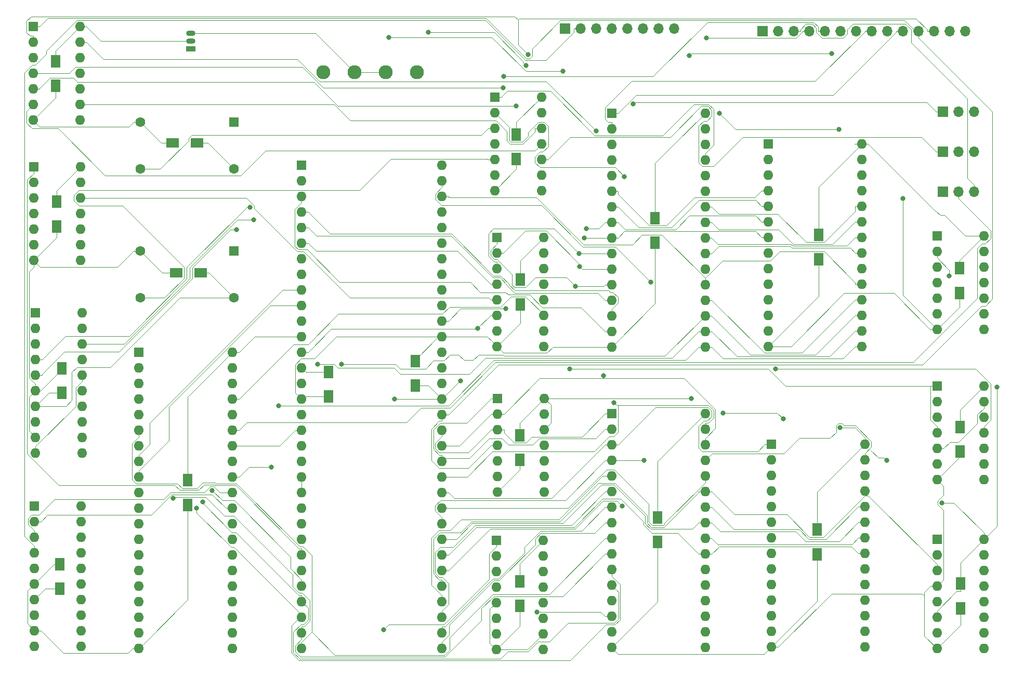
<source format=gbr>
G04 #@! TF.GenerationSoftware,KiCad,Pcbnew,5.0.1-33cea8e~68~ubuntu18.04.1*
G04 #@! TF.CreationDate,2018-11-05T06:29:50-06:00*
G04 #@! TF.ProjectId,raven-prototypes,726176656E2D70726F746F7479706573,rev?*
G04 #@! TF.SameCoordinates,Original*
G04 #@! TF.FileFunction,Copper,L1,Top,Signal*
G04 #@! TF.FilePolarity,Positive*
%FSLAX46Y46*%
G04 Gerber Fmt 4.6, Leading zero omitted, Abs format (unit mm)*
G04 Created by KiCad (PCBNEW 5.0.1-33cea8e~68~ubuntu18.04.1) date Mon 05 Nov 2018 06:29:50 AM CST*
%MOMM*%
%LPD*%
G01*
G04 APERTURE LIST*
G04 #@! TA.AperFunction,ComponentPad*
%ADD10R,1.600000X1.600000*%
G04 #@! TD*
G04 #@! TA.AperFunction,ComponentPad*
%ADD11O,1.600000X1.600000*%
G04 #@! TD*
G04 #@! TA.AperFunction,SMDPad,CuDef*
%ADD12R,1.600000X2.000000*%
G04 #@! TD*
G04 #@! TA.AperFunction,SMDPad,CuDef*
%ADD13R,2.000000X1.600000*%
G04 #@! TD*
G04 #@! TA.AperFunction,ComponentPad*
%ADD14O,1.500000X0.900000*%
G04 #@! TD*
G04 #@! TA.AperFunction,ComponentPad*
%ADD15R,1.500000X0.900000*%
G04 #@! TD*
G04 #@! TA.AperFunction,ComponentPad*
%ADD16R,1.700000X1.700000*%
G04 #@! TD*
G04 #@! TA.AperFunction,ComponentPad*
%ADD17O,1.700000X1.700000*%
G04 #@! TD*
G04 #@! TA.AperFunction,ComponentPad*
%ADD18C,2.286000*%
G04 #@! TD*
G04 #@! TA.AperFunction,ComponentPad*
%ADD19C,1.600000*%
G04 #@! TD*
G04 #@! TA.AperFunction,ViaPad*
%ADD20C,0.800000*%
G04 #@! TD*
G04 #@! TA.AperFunction,Conductor*
%ADD21C,0.100000*%
G04 #@! TD*
G04 APERTURE END LIST*
D10*
G04 #@! TO.P,U3,1*
G04 #@! TO.N,A19*
X163000000Y-52000000D03*
D11*
G04 #@! TO.P,U3,17*
G04 #@! TO.N,D3*
X178240000Y-90100000D03*
G04 #@! TO.P,U3,2*
G04 #@! TO.N,A17*
X163000000Y-54540000D03*
G04 #@! TO.P,U3,18*
G04 #@! TO.N,D4*
X178240000Y-87560000D03*
G04 #@! TO.P,U3,3*
G04 #@! TO.N,A15*
X163000000Y-57080000D03*
G04 #@! TO.P,U3,19*
G04 #@! TO.N,D5*
X178240000Y-85020000D03*
G04 #@! TO.P,U3,4*
G04 #@! TO.N,A13*
X163000000Y-59620000D03*
G04 #@! TO.P,U3,20*
G04 #@! TO.N,D6*
X178240000Y-82480000D03*
G04 #@! TO.P,U3,5*
G04 #@! TO.N,A8*
X163000000Y-62160000D03*
G04 #@! TO.P,U3,21*
G04 #@! TO.N,D7*
X178240000Y-79940000D03*
G04 #@! TO.P,U3,6*
G04 #@! TO.N,A7*
X163000000Y-64700000D03*
G04 #@! TO.P,U3,22*
G04 #@! TO.N,RAM_LDS*
X178240000Y-77400000D03*
G04 #@! TO.P,U3,7*
G04 #@! TO.N,A6*
X163000000Y-67240000D03*
G04 #@! TO.P,U3,23*
G04 #@! TO.N,A11*
X178240000Y-74860000D03*
G04 #@! TO.P,U3,8*
G04 #@! TO.N,A5*
X163000000Y-69780000D03*
G04 #@! TO.P,U3,24*
G04 #@! TO.N,OE*
X178240000Y-72320000D03*
G04 #@! TO.P,U3,9*
G04 #@! TO.N,A4*
X163000000Y-72320000D03*
G04 #@! TO.P,U3,25*
G04 #@! TO.N,A12*
X178240000Y-69780000D03*
G04 #@! TO.P,U3,10*
G04 #@! TO.N,A3*
X163000000Y-74860000D03*
G04 #@! TO.P,U3,26*
G04 #@! TO.N,A10*
X178240000Y-67240000D03*
G04 #@! TO.P,U3,11*
G04 #@! TO.N,A2*
X163000000Y-77400000D03*
G04 #@! TO.P,U3,27*
G04 #@! TO.N,A9*
X178240000Y-64700000D03*
G04 #@! TO.P,U3,12*
G04 #@! TO.N,A1*
X163000000Y-79940000D03*
G04 #@! TO.P,U3,28*
G04 #@! TO.N,A14*
X178240000Y-62160000D03*
G04 #@! TO.P,U3,13*
G04 #@! TO.N,D0*
X163000000Y-82480000D03*
G04 #@! TO.P,U3,29*
G04 #@! TO.N,RW*
X178240000Y-59620000D03*
G04 #@! TO.P,U3,14*
G04 #@! TO.N,D1*
X163000000Y-85020000D03*
G04 #@! TO.P,U3,30*
G04 #@! TO.N,A18*
X178240000Y-57080000D03*
G04 #@! TO.P,U3,15*
G04 #@! TO.N,D2*
X163000000Y-87560000D03*
G04 #@! TO.P,U3,31*
G04 #@! TO.N,A16*
X178240000Y-54540000D03*
G04 #@! TO.P,U3,16*
G04 #@! TO.N,GND*
X163000000Y-90100000D03*
G04 #@! TO.P,U3,32*
G04 #@! TO.N,+5V*
X178240000Y-52000000D03*
G04 #@! TD*
D12*
G04 #@! TO.P,C11,1*
G04 #@! TO.N,+5V*
X148021000Y-128294000D03*
G04 #@! TO.P,C11,2*
G04 #@! TO.N,GND*
X148021000Y-132294000D03*
G04 #@! TD*
D10*
G04 #@! TO.P,U2,1*
G04 #@! TO.N,DUART_IRQ*
X144208000Y-121633000D03*
D11*
G04 #@! TO.P,U2,9*
G04 #@! TO.N,/IPL0*
X151828000Y-139413000D03*
G04 #@! TO.P,U2,2*
G04 #@! TO.N,Net-(U2-Pad2)*
X144208000Y-124173000D03*
G04 #@! TO.P,U2,10*
G04 #@! TO.N,GND*
X151828000Y-136873000D03*
G04 #@! TO.P,U2,3*
G04 #@! TO.N,Net-(U2-Pad3)*
X144208000Y-126713000D03*
G04 #@! TO.P,U2,11*
G04 #@! TO.N,Net-(U2-Pad11)*
X151828000Y-134333000D03*
G04 #@! TO.P,U2,4*
G04 #@! TO.N,Net-(U2-Pad4)*
X144208000Y-129253000D03*
G04 #@! TO.P,U2,12*
G04 #@! TO.N,Net-(U2-Pad12)*
X151828000Y-131793000D03*
G04 #@! TO.P,U2,5*
G04 #@! TO.N,GND*
X144208000Y-131793000D03*
G04 #@! TO.P,U2,13*
G04 #@! TO.N,Net-(U2-Pad13)*
X151828000Y-129253000D03*
G04 #@! TO.P,U2,6*
G04 #@! TO.N,/IPL2*
X144208000Y-134333000D03*
G04 #@! TO.P,U2,14*
G04 #@! TO.N,Net-(U2-Pad14)*
X151828000Y-126713000D03*
G04 #@! TO.P,U2,7*
G04 #@! TO.N,/IPL1*
X144208000Y-136873000D03*
G04 #@! TO.P,U2,15*
G04 #@! TO.N,Net-(U2-Pad15)*
X151828000Y-124173000D03*
G04 #@! TO.P,U2,8*
G04 #@! TO.N,GND*
X144208000Y-139413000D03*
G04 #@! TO.P,U2,16*
G04 #@! TO.N,+5V*
X151828000Y-121633000D03*
G04 #@! TD*
D12*
G04 #@! TO.P,C2,1*
G04 #@! TO.N,+5V*
X131003000Y-96414300D03*
G04 #@! TO.P,C2,2*
G04 #@! TO.N,GND*
X131003000Y-92414300D03*
G04 #@! TD*
G04 #@! TO.P,C1,1*
G04 #@! TO.N,+5V*
X116891000Y-94205000D03*
G04 #@! TO.P,C1,2*
G04 #@! TO.N,GND*
X116891000Y-98205000D03*
G04 #@! TD*
G04 #@! TO.P,C3,1*
G04 #@! TO.N,+5V*
X196713000Y-71812400D03*
G04 #@! TO.P,C3,2*
G04 #@! TO.N,GND*
X196713000Y-75812400D03*
G04 #@! TD*
G04 #@! TO.P,C4,1*
G04 #@! TO.N,+5V*
X148110000Y-79153000D03*
G04 #@! TO.P,C4,2*
G04 #@! TO.N,GND*
X148110000Y-83153000D03*
G04 #@! TD*
G04 #@! TO.P,C5,1*
G04 #@! TO.N,+5V*
X170063000Y-69099700D03*
G04 #@! TO.P,C5,2*
G04 #@! TO.N,GND*
X170063000Y-73099700D03*
G04 #@! TD*
G04 #@! TO.P,C6,1*
G04 #@! TO.N,+5V*
X170490000Y-117880000D03*
G04 #@! TO.P,C6,2*
G04 #@! TO.N,GND*
X170490000Y-121880000D03*
G04 #@! TD*
G04 #@! TO.P,C7,1*
G04 #@! TO.N,+5V*
X196474000Y-119879000D03*
G04 #@! TO.P,C7,2*
G04 #@! TO.N,GND*
X196474000Y-123879000D03*
G04 #@! TD*
G04 #@! TO.P,C8,1*
G04 #@! TO.N,+5V*
X219870000Y-128695000D03*
G04 #@! TO.P,C8,2*
G04 #@! TO.N,GND*
X219870000Y-132695000D03*
G04 #@! TD*
G04 #@! TO.P,C9,1*
G04 #@! TO.N,+5V*
X73139300Y-129526000D03*
G04 #@! TO.P,C9,2*
G04 #@! TO.N,GND*
X73139300Y-125526000D03*
G04 #@! TD*
G04 #@! TO.P,C10,1*
G04 #@! TO.N,+5V*
X148011000Y-104495000D03*
G04 #@! TO.P,C10,2*
G04 #@! TO.N,GND*
X148011000Y-108495000D03*
G04 #@! TD*
G04 #@! TO.P,C12,1*
G04 #@! TO.N,+5V*
X219641000Y-77298800D03*
G04 #@! TO.P,C12,2*
G04 #@! TO.N,GND*
X219641000Y-81298800D03*
G04 #@! TD*
G04 #@! TO.P,C13,1*
G04 #@! TO.N,+5V*
X73441600Y-97585300D03*
G04 #@! TO.P,C13,2*
G04 #@! TO.N,GND*
X73441600Y-93585300D03*
G04 #@! TD*
G04 #@! TO.P,C14,1*
G04 #@! TO.N,+5V*
X72423300Y-43559400D03*
G04 #@! TO.P,C14,2*
G04 #@! TO.N,GND*
X72423300Y-47559400D03*
G04 #@! TD*
G04 #@! TO.P,C15,1*
G04 #@! TO.N,+5V*
X147481000Y-55474800D03*
G04 #@! TO.P,C15,2*
G04 #@! TO.N,GND*
X147481000Y-59474800D03*
G04 #@! TD*
G04 #@! TO.P,C16,1*
G04 #@! TO.N,+5V*
X219753000Y-103184000D03*
G04 #@! TO.P,C16,2*
G04 #@! TO.N,GND*
X219753000Y-107184000D03*
G04 #@! TD*
G04 #@! TO.P,C17,1*
G04 #@! TO.N,+5V*
X72644000Y-66465700D03*
G04 #@! TO.P,C17,2*
G04 #@! TO.N,GND*
X72644000Y-70465700D03*
G04 #@! TD*
G04 #@! TO.P,C18,1*
G04 #@! TO.N,+5V*
X93969800Y-111840000D03*
G04 #@! TO.P,C18,2*
G04 #@! TO.N,GND*
X93969800Y-115840000D03*
G04 #@! TD*
D13*
G04 #@! TO.P,C19,1*
G04 #@! TO.N,+5V*
X96076500Y-78026300D03*
G04 #@! TO.P,C19,2*
G04 #@! TO.N,GND*
X92076500Y-78026300D03*
G04 #@! TD*
G04 #@! TO.P,C20,1*
G04 #@! TO.N,+5V*
X95469500Y-56883300D03*
G04 #@! TO.P,C20,2*
G04 #@! TO.N,GND*
X91469500Y-56883300D03*
G04 #@! TD*
D10*
G04 #@! TO.P,U11,1*
G04 #@! TO.N,A20*
X68779200Y-37930300D03*
D11*
G04 #@! TO.P,U11,8*
G04 #@! TO.N,Net-(U11-Pad8)*
X76399200Y-53170300D03*
G04 #@! TO.P,U11,2*
G04 #@! TO.N,A21*
X68779200Y-40470300D03*
G04 #@! TO.P,U11,9*
G04 #@! TO.N,Net-(U11-Pad9)*
X76399200Y-50630300D03*
G04 #@! TO.P,U11,3*
G04 #@! TO.N,N/C*
X68779200Y-43010300D03*
G04 #@! TO.P,U11,10*
G04 #@! TO.N,+5V*
X76399200Y-48090300D03*
G04 #@! TO.P,U11,4*
G04 #@! TO.N,A22*
X68779200Y-45550300D03*
G04 #@! TO.P,U11,11*
G04 #@! TO.N,N/C*
X76399200Y-45550300D03*
G04 #@! TO.P,U11,5*
G04 #@! TO.N,A23*
X68779200Y-48090300D03*
G04 #@! TO.P,U11,12*
G04 #@! TO.N,+5V*
X76399200Y-43010300D03*
G04 #@! TO.P,U11,6*
G04 #@! TO.N,Net-(U11-Pad6)*
X68779200Y-50630300D03*
G04 #@! TO.P,U11,13*
G04 #@! TO.N,A16*
X76399200Y-40470300D03*
G04 #@! TO.P,U11,7*
G04 #@! TO.N,GND*
X68779200Y-53170300D03*
G04 #@! TO.P,U11,14*
G04 #@! TO.N,+5V*
X76399200Y-37930300D03*
G04 #@! TD*
D14*
G04 #@! TO.P,U10,2*
G04 #@! TO.N,+5V*
X94467700Y-40248800D03*
G04 #@! TO.P,U10,3*
G04 #@! TO.N,GND*
X94467700Y-38978800D03*
D15*
G04 #@! TO.P,U10,1*
G04 #@! TO.N,RESET*
X94467700Y-41518800D03*
G04 #@! TD*
D16*
G04 #@! TO.P,J1,1*
G04 #@! TO.N,TxD-A-SERIAL*
X155397000Y-38229500D03*
D17*
G04 #@! TO.P,J1,2*
G04 #@! TO.N,RxD-A-SERIAL*
X157937000Y-38229500D03*
G04 #@! TO.P,J1,3*
G04 #@! TO.N,RTS-A-SERIAL*
X160477000Y-38229500D03*
G04 #@! TO.P,J1,4*
G04 #@! TO.N,CTS-A-SERIAL*
X163017000Y-38229500D03*
G04 #@! TO.P,J1,5*
G04 #@! TO.N,TxD-B-SERIAL*
X165557000Y-38229500D03*
G04 #@! TO.P,J1,6*
G04 #@! TO.N,RxD-B-SERIAL*
X168097000Y-38229500D03*
G04 #@! TO.P,J1,7*
G04 #@! TO.N,RTS-B-SERIAL*
X170637000Y-38229500D03*
G04 #@! TO.P,J1,8*
G04 #@! TO.N,CTS-B-SERIAL*
X173177000Y-38229500D03*
G04 #@! TD*
D16*
G04 #@! TO.P,J2,1*
G04 #@! TO.N,EXT_ROM_CS*
X187546000Y-38615600D03*
D17*
G04 #@! TO.P,J2,2*
G04 #@! TO.N,EXT_RAM_CS*
X190086000Y-38615600D03*
G04 #@! TO.P,J2,3*
G04 #@! TO.N,EXT_DUART_CS*
X192626000Y-38615600D03*
G04 #@! TO.P,J2,4*
G04 #@! TO.N,UDS*
X195166000Y-38615600D03*
G04 #@! TO.P,J2,5*
G04 #@! TO.N,LDS*
X197706000Y-38615600D03*
G04 #@! TO.P,J2,6*
G04 #@! TO.N,Net-(J2-Pad6)*
X200246000Y-38615600D03*
G04 #@! TO.P,J2,7*
G04 #@! TO.N,A16*
X202786000Y-38615600D03*
G04 #@! TO.P,J2,8*
G04 #@! TO.N,A17*
X205326000Y-38615600D03*
G04 #@! TO.P,J2,9*
G04 #@! TO.N,A18*
X207866000Y-38615600D03*
G04 #@! TO.P,J2,10*
G04 #@! TO.N,A19*
X210406000Y-38615600D03*
G04 #@! TO.P,J2,11*
G04 #@! TO.N,A20*
X212946000Y-38615600D03*
G04 #@! TO.P,J2,12*
G04 #@! TO.N,A21*
X215486000Y-38615600D03*
G04 #@! TO.P,J2,13*
G04 #@! TO.N,A22*
X218026000Y-38615600D03*
G04 #@! TO.P,J2,14*
G04 #@! TO.N,A23*
X220566000Y-38615600D03*
G04 #@! TD*
D18*
G04 #@! TO.P,J3,4*
G04 #@! TO.N,+5V*
X116040000Y-45366900D03*
G04 #@! TO.P,J3,3*
G04 #@! TO.N,GND*
X121120000Y-45366900D03*
G04 #@! TO.P,J3,2*
X126200000Y-45366900D03*
G04 #@! TO.P,J3,1*
G04 #@! TO.N,Net-(J3-Pad1)*
X131280000Y-45366900D03*
G04 #@! TD*
D17*
G04 #@! TO.P,JP1,3*
G04 #@! TO.N,EXT_DUART_CS*
X222018000Y-64817700D03*
G04 #@! TO.P,JP1,2*
G04 #@! TO.N,DUART_CS*
X219478000Y-64817700D03*
D16*
G04 #@! TO.P,JP1,1*
G04 #@! TO.N,DUART_CS_JMPR*
X216938000Y-64817700D03*
G04 #@! TD*
D17*
G04 #@! TO.P,JP2,3*
G04 #@! TO.N,EXT_ROM_CS*
X222018000Y-51784400D03*
G04 #@! TO.P,JP2,2*
G04 #@! TO.N,RAM_CS*
X219478000Y-51784400D03*
D16*
G04 #@! TO.P,JP2,1*
G04 #@! TO.N,ROM_CS_JMPR*
X216938000Y-51784400D03*
G04 #@! TD*
G04 #@! TO.P,JP3,1*
G04 #@! TO.N,RAM_CS_JMPR*
X216938000Y-58284400D03*
D17*
G04 #@! TO.P,JP3,2*
G04 #@! TO.N,RAM_CS*
X219478000Y-58284400D03*
G04 #@! TO.P,JP3,3*
G04 #@! TO.N,EXT_RAM_CS*
X222018000Y-58284400D03*
G04 #@! TD*
D10*
G04 #@! TO.P,U1,1*
G04 #@! TO.N,D4*
X112500000Y-60500000D03*
D11*
G04 #@! TO.P,U1,33*
G04 #@! TO.N,A5*
X135360000Y-139240000D03*
G04 #@! TO.P,U1,2*
G04 #@! TO.N,D3*
X112500000Y-63040000D03*
G04 #@! TO.P,U1,34*
G04 #@! TO.N,A6*
X135360000Y-136700000D03*
G04 #@! TO.P,U1,3*
G04 #@! TO.N,D2*
X112500000Y-65580000D03*
G04 #@! TO.P,U1,35*
G04 #@! TO.N,A7*
X135360000Y-134160000D03*
G04 #@! TO.P,U1,4*
G04 #@! TO.N,D1*
X112500000Y-68120000D03*
G04 #@! TO.P,U1,36*
G04 #@! TO.N,A8*
X135360000Y-131620000D03*
G04 #@! TO.P,U1,5*
G04 #@! TO.N,D0*
X112500000Y-70660000D03*
G04 #@! TO.P,U1,37*
G04 #@! TO.N,A9*
X135360000Y-129080000D03*
G04 #@! TO.P,U1,6*
G04 #@! TO.N,AS*
X112500000Y-73200000D03*
G04 #@! TO.P,U1,38*
G04 #@! TO.N,A10*
X135360000Y-126540000D03*
G04 #@! TO.P,U1,7*
G04 #@! TO.N,UDS*
X112500000Y-75740000D03*
G04 #@! TO.P,U1,39*
G04 #@! TO.N,A11*
X135360000Y-124000000D03*
G04 #@! TO.P,U1,8*
G04 #@! TO.N,LDS*
X112500000Y-78280000D03*
G04 #@! TO.P,U1,40*
G04 #@! TO.N,A12*
X135360000Y-121460000D03*
G04 #@! TO.P,U1,9*
G04 #@! TO.N,RW*
X112500000Y-80820000D03*
G04 #@! TO.P,U1,41*
G04 #@! TO.N,A13*
X135360000Y-118920000D03*
G04 #@! TO.P,U1,10*
G04 #@! TO.N,DTACK*
X112500000Y-83360000D03*
G04 #@! TO.P,U1,42*
G04 #@! TO.N,A14*
X135360000Y-116380000D03*
G04 #@! TO.P,U1,11*
G04 #@! TO.N,Net-(U1-Pad11)*
X112500000Y-85900000D03*
G04 #@! TO.P,U1,43*
G04 #@! TO.N,A15*
X135360000Y-113840000D03*
G04 #@! TO.P,U1,12*
G04 #@! TO.N,+5V*
X112500000Y-88440000D03*
G04 #@! TO.P,U1,44*
G04 #@! TO.N,A16*
X135360000Y-111300000D03*
G04 #@! TO.P,U1,13*
G04 #@! TO.N,+5V*
X112500000Y-90980000D03*
G04 #@! TO.P,U1,45*
G04 #@! TO.N,A17*
X135360000Y-108760000D03*
G04 #@! TO.P,U1,14*
G04 #@! TO.N,+5V*
X112500000Y-93520000D03*
G04 #@! TO.P,U1,46*
G04 #@! TO.N,A18*
X135360000Y-106220000D03*
G04 #@! TO.P,U1,15*
G04 #@! TO.N,SYS_CLK*
X112500000Y-96060000D03*
G04 #@! TO.P,U1,47*
G04 #@! TO.N,A19*
X135360000Y-103680000D03*
G04 #@! TO.P,U1,16*
G04 #@! TO.N,GND*
X112500000Y-98600000D03*
G04 #@! TO.P,U1,48*
G04 #@! TO.N,A20*
X135360000Y-101140000D03*
G04 #@! TO.P,U1,17*
G04 #@! TO.N,RESET*
X112500000Y-101140000D03*
G04 #@! TO.P,U1,49*
G04 #@! TO.N,+5V*
X135360000Y-98600000D03*
G04 #@! TO.P,U1,18*
G04 #@! TO.N,RESET*
X112500000Y-103680000D03*
G04 #@! TO.P,U1,50*
G04 #@! TO.N,A21*
X135360000Y-96060000D03*
G04 #@! TO.P,U1,19*
G04 #@! TO.N,Net-(U1-Pad19)*
X112500000Y-106220000D03*
G04 #@! TO.P,U1,51*
G04 #@! TO.N,A22*
X135360000Y-93520000D03*
G04 #@! TO.P,U1,20*
G04 #@! TO.N,Net-(U1-Pad20)*
X112500000Y-108760000D03*
G04 #@! TO.P,U1,52*
G04 #@! TO.N,A23*
X135360000Y-90980000D03*
G04 #@! TO.P,U1,21*
G04 #@! TO.N,+5V*
X112500000Y-111300000D03*
G04 #@! TO.P,U1,53*
G04 #@! TO.N,GND*
X135360000Y-88440000D03*
G04 #@! TO.P,U1,22*
G04 #@! TO.N,+5V*
X112500000Y-113840000D03*
G04 #@! TO.P,U1,54*
G04 #@! TO.N,D15*
X135360000Y-85900000D03*
G04 #@! TO.P,U1,23*
G04 #@! TO.N,/IPL2*
X112500000Y-116380000D03*
G04 #@! TO.P,U1,55*
G04 #@! TO.N,D14*
X135360000Y-83360000D03*
G04 #@! TO.P,U1,24*
G04 #@! TO.N,/IPL1*
X112500000Y-118920000D03*
G04 #@! TO.P,U1,56*
G04 #@! TO.N,D13*
X135360000Y-80820000D03*
G04 #@! TO.P,U1,25*
G04 #@! TO.N,/IPL0*
X112500000Y-121460000D03*
G04 #@! TO.P,U1,57*
G04 #@! TO.N,D12*
X135360000Y-78280000D03*
G04 #@! TO.P,U1,26*
G04 #@! TO.N,/FC2*
X112500000Y-124000000D03*
G04 #@! TO.P,U1,58*
G04 #@! TO.N,D11*
X135360000Y-75740000D03*
G04 #@! TO.P,U1,27*
G04 #@! TO.N,/FC1*
X112500000Y-126540000D03*
G04 #@! TO.P,U1,59*
G04 #@! TO.N,D10*
X135360000Y-73200000D03*
G04 #@! TO.P,U1,28*
G04 #@! TO.N,/FC0*
X112500000Y-129080000D03*
G04 #@! TO.P,U1,60*
G04 #@! TO.N,D9*
X135360000Y-70660000D03*
G04 #@! TO.P,U1,29*
G04 #@! TO.N,A1*
X112500000Y-131620000D03*
G04 #@! TO.P,U1,61*
G04 #@! TO.N,D8*
X135360000Y-68120000D03*
G04 #@! TO.P,U1,30*
G04 #@! TO.N,A2*
X112500000Y-134160000D03*
G04 #@! TO.P,U1,62*
G04 #@! TO.N,D7*
X135360000Y-65580000D03*
G04 #@! TO.P,U1,31*
G04 #@! TO.N,A3*
X112500000Y-136700000D03*
G04 #@! TO.P,U1,63*
G04 #@! TO.N,D6*
X135360000Y-63040000D03*
G04 #@! TO.P,U1,32*
G04 #@! TO.N,A4*
X112500000Y-139240000D03*
G04 #@! TO.P,U1,64*
G04 #@! TO.N,D5*
X135360000Y-60500000D03*
G04 #@! TD*
G04 #@! TO.P,U4,32*
G04 #@! TO.N,+5V*
X178240000Y-101000000D03*
G04 #@! TO.P,U4,16*
G04 #@! TO.N,GND*
X163000000Y-139100000D03*
G04 #@! TO.P,U4,31*
G04 #@! TO.N,A16*
X178240000Y-103540000D03*
G04 #@! TO.P,U4,15*
G04 #@! TO.N,D10*
X163000000Y-136560000D03*
G04 #@! TO.P,U4,30*
G04 #@! TO.N,A18*
X178240000Y-106080000D03*
G04 #@! TO.P,U4,14*
G04 #@! TO.N,D9*
X163000000Y-134020000D03*
G04 #@! TO.P,U4,29*
G04 #@! TO.N,RW*
X178240000Y-108620000D03*
G04 #@! TO.P,U4,13*
G04 #@! TO.N,D8*
X163000000Y-131480000D03*
G04 #@! TO.P,U4,28*
G04 #@! TO.N,A14*
X178240000Y-111160000D03*
G04 #@! TO.P,U4,12*
G04 #@! TO.N,A1*
X163000000Y-128940000D03*
G04 #@! TO.P,U4,27*
G04 #@! TO.N,A9*
X178240000Y-113700000D03*
G04 #@! TO.P,U4,11*
G04 #@! TO.N,A2*
X163000000Y-126400000D03*
G04 #@! TO.P,U4,26*
G04 #@! TO.N,A10*
X178240000Y-116240000D03*
G04 #@! TO.P,U4,10*
G04 #@! TO.N,A3*
X163000000Y-123860000D03*
G04 #@! TO.P,U4,25*
G04 #@! TO.N,A12*
X178240000Y-118780000D03*
G04 #@! TO.P,U4,9*
G04 #@! TO.N,A4*
X163000000Y-121320000D03*
G04 #@! TO.P,U4,24*
G04 #@! TO.N,OE*
X178240000Y-121320000D03*
G04 #@! TO.P,U4,8*
G04 #@! TO.N,A5*
X163000000Y-118780000D03*
G04 #@! TO.P,U4,23*
G04 #@! TO.N,A11*
X178240000Y-123860000D03*
G04 #@! TO.P,U4,7*
G04 #@! TO.N,A6*
X163000000Y-116240000D03*
G04 #@! TO.P,U4,22*
G04 #@! TO.N,RAM_UDS*
X178240000Y-126400000D03*
G04 #@! TO.P,U4,6*
G04 #@! TO.N,A7*
X163000000Y-113700000D03*
G04 #@! TO.P,U4,21*
G04 #@! TO.N,D15*
X178240000Y-128940000D03*
G04 #@! TO.P,U4,5*
G04 #@! TO.N,A8*
X163000000Y-111160000D03*
G04 #@! TO.P,U4,20*
G04 #@! TO.N,D14*
X178240000Y-131480000D03*
G04 #@! TO.P,U4,4*
G04 #@! TO.N,A13*
X163000000Y-108620000D03*
G04 #@! TO.P,U4,19*
G04 #@! TO.N,D13*
X178240000Y-134020000D03*
G04 #@! TO.P,U4,3*
G04 #@! TO.N,A15*
X163000000Y-106080000D03*
G04 #@! TO.P,U4,18*
G04 #@! TO.N,D12*
X178240000Y-136560000D03*
G04 #@! TO.P,U4,2*
G04 #@! TO.N,A17*
X163000000Y-103540000D03*
G04 #@! TO.P,U4,17*
G04 #@! TO.N,D11*
X178240000Y-139100000D03*
D10*
G04 #@! TO.P,U4,1*
G04 #@! TO.N,A19*
X163000000Y-101000000D03*
G04 #@! TD*
G04 #@! TO.P,U5,1*
G04 #@! TO.N,A15*
X188500000Y-57000000D03*
D11*
G04 #@! TO.P,U5,15*
G04 #@! TO.N,D3*
X203740000Y-90020000D03*
G04 #@! TO.P,U5,2*
G04 #@! TO.N,A13*
X188500000Y-59540000D03*
G04 #@! TO.P,U5,16*
G04 #@! TO.N,D4*
X203740000Y-87480000D03*
G04 #@! TO.P,U5,3*
G04 #@! TO.N,A8*
X188500000Y-62080000D03*
G04 #@! TO.P,U5,17*
G04 #@! TO.N,D5*
X203740000Y-84940000D03*
G04 #@! TO.P,U5,4*
G04 #@! TO.N,A7*
X188500000Y-64620000D03*
G04 #@! TO.P,U5,18*
G04 #@! TO.N,D6*
X203740000Y-82400000D03*
G04 #@! TO.P,U5,5*
G04 #@! TO.N,A6*
X188500000Y-67160000D03*
G04 #@! TO.P,U5,19*
G04 #@! TO.N,D7*
X203740000Y-79860000D03*
G04 #@! TO.P,U5,6*
G04 #@! TO.N,A5*
X188500000Y-69700000D03*
G04 #@! TO.P,U5,20*
G04 #@! TO.N,ROM_LDS*
X203740000Y-77320000D03*
G04 #@! TO.P,U5,7*
G04 #@! TO.N,A4*
X188500000Y-72240000D03*
G04 #@! TO.P,U5,21*
G04 #@! TO.N,A11*
X203740000Y-74780000D03*
G04 #@! TO.P,U5,8*
G04 #@! TO.N,A3*
X188500000Y-74780000D03*
G04 #@! TO.P,U5,22*
G04 #@! TO.N,OE*
X203740000Y-72240000D03*
G04 #@! TO.P,U5,9*
G04 #@! TO.N,A2*
X188500000Y-77320000D03*
G04 #@! TO.P,U5,23*
G04 #@! TO.N,A12*
X203740000Y-69700000D03*
G04 #@! TO.P,U5,10*
G04 #@! TO.N,A1*
X188500000Y-79860000D03*
G04 #@! TO.P,U5,24*
G04 #@! TO.N,A10*
X203740000Y-67160000D03*
G04 #@! TO.P,U5,11*
G04 #@! TO.N,D0*
X188500000Y-82400000D03*
G04 #@! TO.P,U5,25*
G04 #@! TO.N,A9*
X203740000Y-64620000D03*
G04 #@! TO.P,U5,12*
G04 #@! TO.N,D1*
X188500000Y-84940000D03*
G04 #@! TO.P,U5,26*
G04 #@! TO.N,A14*
X203740000Y-62080000D03*
G04 #@! TO.P,U5,13*
G04 #@! TO.N,D2*
X188500000Y-87480000D03*
G04 #@! TO.P,U5,27*
G04 #@! TO.N,RW*
X203740000Y-59540000D03*
G04 #@! TO.P,U5,14*
G04 #@! TO.N,GND*
X188500000Y-90020000D03*
G04 #@! TO.P,U5,28*
G04 #@! TO.N,+5V*
X203740000Y-57000000D03*
G04 #@! TD*
G04 #@! TO.P,U6,28*
G04 #@! TO.N,+5V*
X204240000Y-106000000D03*
G04 #@! TO.P,U6,14*
G04 #@! TO.N,GND*
X189000000Y-139020000D03*
G04 #@! TO.P,U6,27*
G04 #@! TO.N,RW*
X204240000Y-108540000D03*
G04 #@! TO.P,U6,13*
G04 #@! TO.N,D10*
X189000000Y-136480000D03*
G04 #@! TO.P,U6,26*
G04 #@! TO.N,A14*
X204240000Y-111080000D03*
G04 #@! TO.P,U6,12*
G04 #@! TO.N,D9*
X189000000Y-133940000D03*
G04 #@! TO.P,U6,25*
G04 #@! TO.N,A9*
X204240000Y-113620000D03*
G04 #@! TO.P,U6,11*
G04 #@! TO.N,D8*
X189000000Y-131400000D03*
G04 #@! TO.P,U6,24*
G04 #@! TO.N,A10*
X204240000Y-116160000D03*
G04 #@! TO.P,U6,10*
G04 #@! TO.N,A1*
X189000000Y-128860000D03*
G04 #@! TO.P,U6,23*
G04 #@! TO.N,A12*
X204240000Y-118700000D03*
G04 #@! TO.P,U6,9*
G04 #@! TO.N,A2*
X189000000Y-126320000D03*
G04 #@! TO.P,U6,22*
G04 #@! TO.N,OE*
X204240000Y-121240000D03*
G04 #@! TO.P,U6,8*
G04 #@! TO.N,A3*
X189000000Y-123780000D03*
G04 #@! TO.P,U6,21*
G04 #@! TO.N,A11*
X204240000Y-123780000D03*
G04 #@! TO.P,U6,7*
G04 #@! TO.N,A4*
X189000000Y-121240000D03*
G04 #@! TO.P,U6,20*
G04 #@! TO.N,ROM_UDS*
X204240000Y-126320000D03*
G04 #@! TO.P,U6,6*
G04 #@! TO.N,A5*
X189000000Y-118700000D03*
G04 #@! TO.P,U6,19*
G04 #@! TO.N,D15*
X204240000Y-128860000D03*
G04 #@! TO.P,U6,5*
G04 #@! TO.N,A6*
X189000000Y-116160000D03*
G04 #@! TO.P,U6,18*
G04 #@! TO.N,D14*
X204240000Y-131400000D03*
G04 #@! TO.P,U6,4*
G04 #@! TO.N,A7*
X189000000Y-113620000D03*
G04 #@! TO.P,U6,17*
G04 #@! TO.N,D13*
X204240000Y-133940000D03*
G04 #@! TO.P,U6,3*
G04 #@! TO.N,A8*
X189000000Y-111080000D03*
G04 #@! TO.P,U6,16*
G04 #@! TO.N,D12*
X204240000Y-136480000D03*
G04 #@! TO.P,U6,2*
G04 #@! TO.N,A13*
X189000000Y-108540000D03*
G04 #@! TO.P,U6,15*
G04 #@! TO.N,D11*
X204240000Y-139020000D03*
D10*
G04 #@! TO.P,U6,1*
G04 #@! TO.N,A15*
X189000000Y-106000000D03*
G04 #@! TD*
G04 #@! TO.P,U7,1*
G04 #@! TO.N,RW*
X143938000Y-49434600D03*
D11*
G04 #@! TO.P,U7,8*
G04 #@! TO.N,INV_RAM_CS*
X151558000Y-64674600D03*
G04 #@! TO.P,U7,2*
G04 #@! TO.N,OE*
X143938000Y-51974600D03*
G04 #@! TO.P,U7,9*
G04 #@! TO.N,ROM_CS*
X151558000Y-62134600D03*
G04 #@! TO.P,U7,3*
G04 #@! TO.N,Net-(U7-Pad3)*
X143938000Y-54514600D03*
G04 #@! TO.P,U7,10*
G04 #@! TO.N,RAM_CS_JMPR*
X151558000Y-59594600D03*
G04 #@! TO.P,U7,4*
G04 #@! TO.N,DUART_CLK*
X143938000Y-57054600D03*
G04 #@! TO.P,U7,11*
G04 #@! TO.N,Net-(U11-Pad6)*
X151558000Y-57054600D03*
G04 #@! TO.P,U7,5*
G04 #@! TO.N,Net-(U7-Pad5)*
X143938000Y-59594600D03*
G04 #@! TO.P,U7,12*
G04 #@! TO.N,Net-(U11-Pad9)*
X151558000Y-54514600D03*
G04 #@! TO.P,U7,6*
G04 #@! TO.N,SYS_CLK*
X143938000Y-62134600D03*
G04 #@! TO.P,U7,13*
G04 #@! TO.N,ROM_CS*
X151558000Y-51974600D03*
G04 #@! TO.P,U7,7*
G04 #@! TO.N,GND*
X143938000Y-64674600D03*
G04 #@! TO.P,U7,14*
G04 #@! TO.N,+5V*
X151558000Y-49434600D03*
G04 #@! TD*
G04 #@! TO.P,U8,16*
G04 #@! TO.N,+5V*
X151944000Y-72251400D03*
G04 #@! TO.P,U8,8*
G04 #@! TO.N,GND*
X144324000Y-90031400D03*
G04 #@! TO.P,U8,15*
G04 #@! TO.N,Net-(U8-Pad15)*
X151944000Y-74791400D03*
G04 #@! TO.P,U8,7*
G04 #@! TO.N,Net-(U8-Pad7)*
X144324000Y-87491400D03*
G04 #@! TO.P,U8,14*
G04 #@! TO.N,Net-(U8-Pad14)*
X151944000Y-77331400D03*
G04 #@! TO.P,U8,6*
G04 #@! TO.N,+5V*
X144324000Y-84951400D03*
G04 #@! TO.P,U8,13*
G04 #@! TO.N,Net-(U8-Pad13)*
X151944000Y-79871400D03*
G04 #@! TO.P,U8,5*
G04 #@! TO.N,Net-(U8-Pad5)*
X144324000Y-82411400D03*
G04 #@! TO.P,U8,12*
G04 #@! TO.N,Net-(U8-Pad12)*
X151944000Y-82411400D03*
G04 #@! TO.P,U8,4*
G04 #@! TO.N,AS*
X144324000Y-79871400D03*
G04 #@! TO.P,U8,11*
G04 #@! TO.N,DUART_IACK*
X151944000Y-84951400D03*
G04 #@! TO.P,U8,3*
G04 #@! TO.N,A3*
X144324000Y-77331400D03*
G04 #@! TO.P,U8,10*
G04 #@! TO.N,Net-(U8-Pad10)*
X151944000Y-87491400D03*
G04 #@! TO.P,U8,2*
G04 #@! TO.N,A2*
X144324000Y-74791400D03*
G04 #@! TO.P,U8,9*
G04 #@! TO.N,Net-(U8-Pad9)*
X151944000Y-90031400D03*
D10*
G04 #@! TO.P,U8,1*
G04 #@! TO.N,A1*
X144324000Y-72251400D03*
G04 #@! TD*
D11*
G04 #@! TO.P,U9,14*
G04 #@! TO.N,+5V*
X76477800Y-60785100D03*
G04 #@! TO.P,U9,7*
G04 #@! TO.N,GND*
X68857800Y-76025100D03*
G04 #@! TO.P,U9,13*
G04 #@! TO.N,/FC0*
X76477800Y-63325100D03*
G04 #@! TO.P,U9,6*
G04 #@! TO.N,N/C*
X68857800Y-73485100D03*
G04 #@! TO.P,U9,12*
G04 #@! TO.N,Net-(U8-Pad5)*
X76477800Y-65865100D03*
G04 #@! TO.P,U9,5*
G04 #@! TO.N,N/C*
X68857800Y-70945100D03*
G04 #@! TO.P,U9,11*
X76477800Y-68405100D03*
G04 #@! TO.P,U9,4*
X68857800Y-68405100D03*
G04 #@! TO.P,U9,10*
X76477800Y-70945100D03*
G04 #@! TO.P,U9,3*
X68857800Y-65865100D03*
G04 #@! TO.P,U9,9*
X76477800Y-73485100D03*
G04 #@! TO.P,U9,2*
G04 #@! TO.N,/FC1*
X68857800Y-63325100D03*
G04 #@! TO.P,U9,8*
G04 #@! TO.N,N/C*
X76477800Y-76025100D03*
D10*
G04 #@! TO.P,U9,1*
G04 #@! TO.N,/FC2*
X68857800Y-60785100D03*
G04 #@! TD*
D11*
G04 #@! TO.P,U12,14*
G04 #@! TO.N,+5V*
X152033000Y-98502600D03*
G04 #@! TO.P,U12,7*
G04 #@! TO.N,GND*
X144413000Y-113742600D03*
G04 #@! TO.P,U12,13*
G04 #@! TO.N,N/C*
X152033000Y-101042600D03*
G04 #@! TO.P,U12,6*
G04 #@! TO.N,A22*
X144413000Y-111202600D03*
G04 #@! TO.P,U12,12*
G04 #@! TO.N,+5V*
X152033000Y-103582600D03*
G04 #@! TO.P,U12,5*
G04 #@! TO.N,A21*
X144413000Y-108662600D03*
G04 #@! TO.P,U12,11*
G04 #@! TO.N,A23*
X152033000Y-106122600D03*
G04 #@! TO.P,U12,4*
G04 #@! TO.N,A20*
X144413000Y-106122600D03*
G04 #@! TO.P,U12,10*
G04 #@! TO.N,N/C*
X152033000Y-108662600D03*
G04 #@! TO.P,U12,3*
G04 #@! TO.N,A19*
X144413000Y-103582600D03*
G04 #@! TO.P,U12,9*
G04 #@! TO.N,N/C*
X152033000Y-111202600D03*
G04 #@! TO.P,U12,2*
G04 #@! TO.N,A18*
X144413000Y-101042600D03*
G04 #@! TO.P,U12,8*
G04 #@! TO.N,ROM_CS_JMPR*
X152033000Y-113742600D03*
D10*
G04 #@! TO.P,U12,1*
G04 #@! TO.N,A17*
X144413000Y-98502600D03*
G04 #@! TD*
G04 #@! TO.P,U13,1*
G04 #@! TO.N,A7*
X216000000Y-121500000D03*
D11*
G04 #@! TO.P,U13,9*
G04 #@! TO.N,Net-(U13-Pad9)*
X223620000Y-139280000D03*
G04 #@! TO.P,U13,2*
G04 #@! TO.N,A8*
X216000000Y-124040000D03*
G04 #@! TO.P,U13,10*
G04 #@! TO.N,Net-(U13-Pad10)*
X223620000Y-136740000D03*
G04 #@! TO.P,U13,3*
G04 #@! TO.N,A9*
X216000000Y-126580000D03*
G04 #@! TO.P,U13,11*
G04 #@! TO.N,Net-(U13-Pad11)*
X223620000Y-134200000D03*
G04 #@! TO.P,U13,4*
G04 #@! TO.N,GND*
X216000000Y-129120000D03*
G04 #@! TO.P,U13,12*
G04 #@! TO.N,Net-(U13-Pad12)*
X223620000Y-131660000D03*
G04 #@! TO.P,U13,5*
G04 #@! TO.N,Net-(U11-Pad8)*
X216000000Y-131660000D03*
G04 #@! TO.P,U13,13*
G04 #@! TO.N,Net-(U13-Pad13)*
X223620000Y-129120000D03*
G04 #@! TO.P,U13,6*
G04 #@! TO.N,+5V*
X216000000Y-134200000D03*
G04 #@! TO.P,U13,14*
G04 #@! TO.N,Net-(U13-Pad14)*
X223620000Y-126580000D03*
G04 #@! TO.P,U13,7*
G04 #@! TO.N,Net-(U13-Pad7)*
X216000000Y-136740000D03*
G04 #@! TO.P,U13,15*
G04 #@! TO.N,DUART_CS_JMPR*
X223620000Y-124040000D03*
G04 #@! TO.P,U13,8*
G04 #@! TO.N,GND*
X216000000Y-139280000D03*
G04 #@! TO.P,U13,16*
G04 #@! TO.N,+5V*
X223620000Y-121500000D03*
G04 #@! TD*
G04 #@! TO.P,U14,14*
G04 #@! TO.N,+5V*
X223620000Y-72000000D03*
G04 #@! TO.P,U14,7*
G04 #@! TO.N,GND*
X216000000Y-87240000D03*
G04 #@! TO.P,U14,13*
G04 #@! TO.N,N/C*
X223620000Y-74540000D03*
G04 #@! TO.P,U14,6*
G04 #@! TO.N,INV_ROM_CS*
X216000000Y-84700000D03*
G04 #@! TO.P,U14,12*
G04 #@! TO.N,N/C*
X223620000Y-77080000D03*
G04 #@! TO.P,U14,5*
G04 #@! TO.N,RAM_CS*
X216000000Y-82160000D03*
G04 #@! TO.P,U14,11*
G04 #@! TO.N,N/C*
X223620000Y-79620000D03*
G04 #@! TO.P,U14,4*
G04 #@! TO.N,INV_UDS*
X216000000Y-79620000D03*
G04 #@! TO.P,U14,10*
G04 #@! TO.N,N/C*
X223620000Y-82160000D03*
G04 #@! TO.P,U14,3*
G04 #@! TO.N,UDS*
X216000000Y-77080000D03*
G04 #@! TO.P,U14,9*
G04 #@! TO.N,N/C*
X223620000Y-84700000D03*
G04 #@! TO.P,U14,2*
G04 #@! TO.N,INV_LDS*
X216000000Y-74540000D03*
G04 #@! TO.P,U14,8*
G04 #@! TO.N,N/C*
X223620000Y-87240000D03*
D10*
G04 #@! TO.P,U14,1*
G04 #@! TO.N,LDS*
X216000000Y-72000000D03*
G04 #@! TD*
G04 #@! TO.P,U15,1*
G04 #@! TO.N,INV_RAM_CS*
X216000000Y-96500000D03*
D11*
G04 #@! TO.P,U15,8*
G04 #@! TO.N,RAM_UDS*
X223620000Y-111740000D03*
G04 #@! TO.P,U15,2*
G04 #@! TO.N,INV_UDS*
X216000000Y-99040000D03*
G04 #@! TO.P,U15,9*
G04 #@! TO.N,INV_ROM_CS*
X223620000Y-109200000D03*
G04 #@! TO.P,U15,3*
G04 #@! TO.N,ROM_UDS*
X216000000Y-101580000D03*
G04 #@! TO.P,U15,10*
G04 #@! TO.N,INV_UDS*
X223620000Y-106660000D03*
G04 #@! TO.P,U15,4*
G04 #@! TO.N,INV_RAM_CS*
X216000000Y-104120000D03*
G04 #@! TO.P,U15,11*
G04 #@! TO.N,RAM_LDS*
X223620000Y-104120000D03*
G04 #@! TO.P,U15,5*
G04 #@! TO.N,INV_LDS*
X216000000Y-106660000D03*
G04 #@! TO.P,U15,12*
G04 #@! TO.N,INV_ROM_CS*
X223620000Y-101580000D03*
G04 #@! TO.P,U15,6*
G04 #@! TO.N,ROM_LDS*
X216000000Y-109200000D03*
G04 #@! TO.P,U15,13*
G04 #@! TO.N,INV_LDS*
X223620000Y-99040000D03*
G04 #@! TO.P,U15,7*
G04 #@! TO.N,GND*
X216000000Y-111740000D03*
G04 #@! TO.P,U15,14*
G04 #@! TO.N,+5V*
X223620000Y-96500000D03*
G04 #@! TD*
D10*
G04 #@! TO.P,U16,1*
G04 #@! TO.N,A1*
X86000000Y-91000000D03*
D11*
G04 #@! TO.P,U16,21*
G04 #@! TO.N,DUART_IRQ*
X101240000Y-139260000D03*
G04 #@! TO.P,U16,2*
G04 #@! TO.N,Net-(U16-Pad2)*
X86000000Y-93540000D03*
G04 #@! TO.P,U16,22*
G04 #@! TO.N,D6*
X101240000Y-136720000D03*
G04 #@! TO.P,U16,3*
G04 #@! TO.N,A2*
X86000000Y-96080000D03*
G04 #@! TO.P,U16,23*
G04 #@! TO.N,D4*
X101240000Y-134180000D03*
G04 #@! TO.P,U16,4*
G04 #@! TO.N,CTS-B*
X86000000Y-98620000D03*
G04 #@! TO.P,U16,24*
G04 #@! TO.N,D2*
X101240000Y-131640000D03*
G04 #@! TO.P,U16,5*
G04 #@! TO.N,A3*
X86000000Y-101160000D03*
G04 #@! TO.P,U16,25*
G04 #@! TO.N,D0*
X101240000Y-129100000D03*
G04 #@! TO.P,U16,6*
G04 #@! TO.N,A4*
X86000000Y-103700000D03*
G04 #@! TO.P,U16,26*
G04 #@! TO.N,Net-(U16-Pad26)*
X101240000Y-126560000D03*
G04 #@! TO.P,U16,7*
G04 #@! TO.N,CTS-A*
X86000000Y-106240000D03*
G04 #@! TO.P,U16,27*
G04 #@! TO.N,Net-(U16-Pad27)*
X101240000Y-124020000D03*
G04 #@! TO.P,U16,8*
G04 #@! TO.N,RW*
X86000000Y-108780000D03*
G04 #@! TO.P,U16,28*
G04 #@! TO.N,Net-(U16-Pad28)*
X101240000Y-121480000D03*
G04 #@! TO.P,U16,9*
G04 #@! TO.N,DTACK*
X86000000Y-111320000D03*
G04 #@! TO.P,U16,29*
G04 #@! TO.N,RTS-A*
X101240000Y-118940000D03*
G04 #@! TO.P,U16,10*
G04 #@! TO.N,RxD-B*
X86000000Y-113860000D03*
G04 #@! TO.P,U16,30*
G04 #@! TO.N,TxD-A*
X101240000Y-116400000D03*
G04 #@! TO.P,U16,11*
G04 #@! TO.N,TxD-B*
X86000000Y-116400000D03*
G04 #@! TO.P,U16,31*
G04 #@! TO.N,RxD-A*
X101240000Y-113860000D03*
G04 #@! TO.P,U16,12*
G04 #@! TO.N,RTS-B*
X86000000Y-118940000D03*
G04 #@! TO.P,U16,32*
G04 #@! TO.N,DUART_CLK*
X101240000Y-111320000D03*
G04 #@! TO.P,U16,13*
G04 #@! TO.N,Net-(U16-Pad13)*
X86000000Y-121480000D03*
G04 #@! TO.P,U16,33*
G04 #@! TO.N,Net-(U16-Pad33)*
X101240000Y-108780000D03*
G04 #@! TO.P,U16,14*
G04 #@! TO.N,Net-(U16-Pad14)*
X86000000Y-124020000D03*
G04 #@! TO.P,U16,34*
G04 #@! TO.N,RESET*
X101240000Y-106240000D03*
G04 #@! TO.P,U16,15*
G04 #@! TO.N,Net-(U16-Pad15)*
X86000000Y-126560000D03*
G04 #@! TO.P,U16,35*
G04 #@! TO.N,DUART_CS*
X101240000Y-103700000D03*
G04 #@! TO.P,U16,16*
G04 #@! TO.N,D1*
X86000000Y-129100000D03*
G04 #@! TO.P,U16,36*
G04 #@! TO.N,Net-(U16-Pad36)*
X101240000Y-101160000D03*
G04 #@! TO.P,U16,17*
G04 #@! TO.N,D3*
X86000000Y-131640000D03*
G04 #@! TO.P,U16,37*
G04 #@! TO.N,DUART_IACK*
X101240000Y-98620000D03*
G04 #@! TO.P,U16,18*
G04 #@! TO.N,D5*
X86000000Y-134180000D03*
G04 #@! TO.P,U16,38*
G04 #@! TO.N,Net-(U16-Pad38)*
X101240000Y-96080000D03*
G04 #@! TO.P,U16,19*
G04 #@! TO.N,D7*
X86000000Y-136720000D03*
G04 #@! TO.P,U16,39*
G04 #@! TO.N,Net-(U16-Pad39)*
X101240000Y-93540000D03*
G04 #@! TO.P,U16,20*
G04 #@! TO.N,GND*
X86000000Y-139260000D03*
G04 #@! TO.P,U16,40*
G04 #@! TO.N,+5V*
X101240000Y-91000000D03*
G04 #@! TD*
D10*
G04 #@! TO.P,U17,1*
G04 #@! TO.N,RTS-A*
X69000000Y-116000000D03*
D11*
G04 #@! TO.P,U17,11*
G04 #@! TO.N,Net-(U17-Pad11)*
X76620000Y-138860000D03*
G04 #@! TO.P,U17,2*
G04 #@! TO.N,TxD-A*
X69000000Y-118540000D03*
G04 #@! TO.P,U17,12*
G04 #@! TO.N,Net-(U17-Pad12)*
X76620000Y-136320000D03*
G04 #@! TO.P,U17,3*
G04 #@! TO.N,RxD-A*
X69000000Y-121080000D03*
G04 #@! TO.P,U17,13*
G04 #@! TO.N,Net-(U17-Pad13)*
X76620000Y-133780000D03*
G04 #@! TO.P,U17,4*
G04 #@! TO.N,RxD-A-SERIAL*
X69000000Y-123620000D03*
G04 #@! TO.P,U17,14*
G04 #@! TO.N,Net-(U17-Pad14)*
X76620000Y-131240000D03*
G04 #@! TO.P,U17,5*
G04 #@! TO.N,TxD-A-SERIAL*
X69000000Y-126160000D03*
G04 #@! TO.P,U17,15*
G04 #@! TO.N,Net-(U17-Pad11)*
X76620000Y-128700000D03*
G04 #@! TO.P,U17,6*
G04 #@! TO.N,GND*
X69000000Y-128700000D03*
G04 #@! TO.P,U17,16*
G04 #@! TO.N,Net-(U17-Pad10)*
X76620000Y-126160000D03*
G04 #@! TO.P,U17,7*
G04 #@! TO.N,+5V*
X69000000Y-131240000D03*
G04 #@! TO.P,U17,17*
G04 #@! TO.N,Net-(U17-Pad12)*
X76620000Y-123620000D03*
G04 #@! TO.P,U17,8*
G04 #@! TO.N,Net-(U17-Pad8)*
X69000000Y-133780000D03*
G04 #@! TO.P,U17,18*
G04 #@! TO.N,RTS-A-SERIAL*
X76620000Y-121080000D03*
G04 #@! TO.P,U17,9*
G04 #@! TO.N,GND*
X69000000Y-136320000D03*
G04 #@! TO.P,U17,19*
G04 #@! TO.N,CTS-A-SERIAL*
X76620000Y-118540000D03*
G04 #@! TO.P,U17,10*
G04 #@! TO.N,Net-(U17-Pad10)*
X69000000Y-138860000D03*
G04 #@! TO.P,U17,20*
G04 #@! TO.N,CTS-A*
X76620000Y-116000000D03*
G04 #@! TD*
G04 #@! TO.P,U18,20*
G04 #@! TO.N,CTS-B*
X76785100Y-84513200D03*
G04 #@! TO.P,U18,10*
G04 #@! TO.N,Net-(U18-Pad10)*
X69165100Y-107373200D03*
G04 #@! TO.P,U18,19*
G04 #@! TO.N,CTS-B-SERIAL*
X76785100Y-87053200D03*
G04 #@! TO.P,U18,9*
G04 #@! TO.N,GND*
X69165100Y-104833200D03*
G04 #@! TO.P,U18,18*
G04 #@! TO.N,RTS-B-SERIAL*
X76785100Y-89593200D03*
G04 #@! TO.P,U18,8*
G04 #@! TO.N,Net-(U18-Pad8)*
X69165100Y-102293200D03*
G04 #@! TO.P,U18,17*
G04 #@! TO.N,Net-(U18-Pad12)*
X76785100Y-92133200D03*
G04 #@! TO.P,U18,7*
G04 #@! TO.N,+5V*
X69165100Y-99753200D03*
G04 #@! TO.P,U18,16*
G04 #@! TO.N,Net-(U18-Pad10)*
X76785100Y-94673200D03*
G04 #@! TO.P,U18,6*
G04 #@! TO.N,GND*
X69165100Y-97213200D03*
G04 #@! TO.P,U18,15*
G04 #@! TO.N,Net-(U18-Pad11)*
X76785100Y-97213200D03*
G04 #@! TO.P,U18,5*
G04 #@! TO.N,TxD-B-SERIAL*
X69165100Y-94673200D03*
G04 #@! TO.P,U18,14*
G04 #@! TO.N,Net-(U18-Pad14)*
X76785100Y-99753200D03*
G04 #@! TO.P,U18,4*
G04 #@! TO.N,RxD-B-SERIAL*
X69165100Y-92133200D03*
G04 #@! TO.P,U18,13*
G04 #@! TO.N,Net-(U18-Pad13)*
X76785100Y-102293200D03*
G04 #@! TO.P,U18,3*
G04 #@! TO.N,RxD-B*
X69165100Y-89593200D03*
G04 #@! TO.P,U18,12*
G04 #@! TO.N,Net-(U18-Pad12)*
X76785100Y-104833200D03*
G04 #@! TO.P,U18,2*
G04 #@! TO.N,TxD-B*
X69165100Y-87053200D03*
G04 #@! TO.P,U18,11*
G04 #@! TO.N,Net-(U18-Pad11)*
X76785100Y-107373200D03*
D10*
G04 #@! TO.P,U18,1*
G04 #@! TO.N,RTS-B*
X69165100Y-84513200D03*
G04 #@! TD*
D19*
G04 #@! TO.P,X1,7*
G04 #@! TO.N,GND*
X86260000Y-53500000D03*
G04 #@! TO.P,X1,8*
G04 #@! TO.N,Net-(U7-Pad3)*
X86260000Y-61120000D03*
G04 #@! TO.P,X1,14*
G04 #@! TO.N,+5V*
X101500000Y-61120000D03*
D10*
G04 #@! TO.P,X1,1*
G04 #@! TO.N,Net-(X1-Pad1)*
X101500000Y-53500000D03*
G04 #@! TD*
G04 #@! TO.P,X2,1*
G04 #@! TO.N,Net-(X2-Pad1)*
X101500000Y-74500000D03*
D19*
G04 #@! TO.P,X2,14*
G04 #@! TO.N,+5V*
X101500000Y-82120000D03*
G04 #@! TO.P,X2,8*
G04 #@! TO.N,Net-(U7-Pad5)*
X86260000Y-82120000D03*
G04 #@! TO.P,X2,7*
G04 #@! TO.N,GND*
X86260000Y-74500000D03*
G04 #@! TD*
D20*
G04 #@! TO.N,+5V*
X225775520Y-96647000D03*
X176001680Y-98549460D03*
X180530500Y-52026820D03*
X199999600Y-54640480D03*
X216763600Y-115509040D03*
X207782160Y-108582460D03*
X200215500Y-103256080D03*
X190949580Y-101833680D03*
X181178200Y-100876100D03*
X127678180Y-98630740D03*
X138427460Y-95651320D03*
X141179300Y-87045800D03*
X126697740Y-39634160D03*
X155097480Y-45214540D03*
G04 #@! TO.N,GND*
X210451700Y-65938400D03*
X198841360Y-42293540D03*
X175602900Y-42659300D03*
X149064980Y-44251880D03*
X133116320Y-38851840D03*
G04 #@! TO.N,RTS-B-SERIAL*
X104687200Y-69376300D03*
G04 #@! TO.N,RxD-B-SERIAL*
X104120300Y-67370600D03*
G04 #@! TO.N,TxD-B-SERIAL*
X101898300Y-70996500D03*
G04 #@! TO.N,A23*
X147432800Y-50809500D03*
G04 #@! TO.N,A22*
X145310300Y-47866300D03*
G04 #@! TO.N,A21*
X149384100Y-42485600D03*
G04 #@! TO.N,A18*
X161669000Y-94820900D03*
G04 #@! TO.N,A16*
X160481700Y-54932100D03*
X163396100Y-99152610D03*
G04 #@! TO.N,LDS*
X145391400Y-46053400D03*
G04 #@! TO.N,UDS*
X178438600Y-39716000D03*
G04 #@! TO.N,ROM_CS_JMPR*
X166489600Y-50484200D03*
G04 #@! TO.N,D4*
X115118600Y-92954600D03*
G04 #@! TO.N,A5*
X158893300Y-70827900D03*
G04 #@! TO.N,D3*
X108782600Y-99656900D03*
G04 #@! TO.N,A10*
X164709400Y-116041400D03*
G04 #@! TO.N,A13*
X168303000Y-108620000D03*
G04 #@! TO.N,D15*
X145731200Y-83888400D03*
G04 #@! TO.N,/FC0*
X97950600Y-113504900D03*
G04 #@! TO.N,D9*
X150814300Y-133282600D03*
G04 #@! TO.N,A1*
X96382700Y-115376900D03*
X157071700Y-80247600D03*
G04 #@! TO.N,A2*
X95382300Y-116381300D03*
X157809300Y-77016400D03*
G04 #@! TO.N,A3*
X91608300Y-114806700D03*
X157654700Y-74860000D03*
G04 #@! TO.N,D6*
X169398600Y-79551400D03*
G04 #@! TO.N,A4*
X158565000Y-72320000D03*
G04 #@! TO.N,D5*
X119014900Y-92900400D03*
G04 #@! TO.N,DUART_IRQ*
X125838300Y-136186900D03*
G04 #@! TO.N,RAM_LDS*
X189669100Y-93671600D03*
G04 #@! TO.N,OE*
X165089100Y-62361400D03*
G04 #@! TO.N,INV_RAM_CS*
X156151500Y-93653600D03*
G04 #@! TO.N,DUART_CLK*
X107569300Y-109662800D03*
G04 #@! TO.N,INV_LDS*
X217975400Y-78573200D03*
G04 #@! TD*
D21*
G04 #@! TO.N,+5V*
X76399200Y-37930300D02*
X77449500Y-37930300D01*
X94467700Y-40248800D02*
X79768000Y-40248800D01*
X79768000Y-40248800D02*
X77449500Y-37930300D01*
X173945900Y-105294100D02*
X178240000Y-101000000D01*
X170490000Y-117880000D02*
X170490000Y-108750000D01*
X170490000Y-108750000D02*
X173945900Y-105294100D01*
X196474000Y-115523500D02*
X196474000Y-113766000D01*
X196474000Y-113766000D02*
X201566700Y-108673300D01*
X196474000Y-119879000D02*
X196474000Y-115523500D01*
X223620000Y-72000000D02*
X222363400Y-73256500D01*
X222363400Y-73256500D02*
X219641000Y-75978600D01*
X219641000Y-75978600D02*
X219641000Y-77298800D01*
X196713000Y-64027200D02*
X203740000Y-57000000D01*
X113550300Y-90980000D02*
X117331200Y-87199100D01*
X117331200Y-87199100D02*
X141026000Y-87199100D01*
X141026000Y-87199100D02*
X143273700Y-84951400D01*
X72423300Y-42732800D02*
X72423300Y-41906200D01*
X72423300Y-41906200D02*
X76399200Y-37930300D01*
X72423300Y-43559400D02*
X72423300Y-42732800D01*
X196713000Y-71812400D02*
X196713000Y-64027200D01*
X93969800Y-107510000D02*
X93969800Y-98270200D01*
X93969800Y-98270200D02*
X101240000Y-91000000D01*
X93969800Y-111840000D02*
X93969800Y-107510000D01*
X112500000Y-111300000D02*
X112500000Y-113840000D01*
X116891000Y-94205000D02*
X113185000Y-94205000D01*
X113185000Y-94205000D02*
X112500000Y-93520000D01*
X96741400Y-78026300D02*
X97406300Y-78026300D01*
X97406300Y-78026300D02*
X101500000Y-82120000D01*
X96076500Y-78026300D02*
X96741400Y-78026300D01*
X112500000Y-90980000D02*
X113550300Y-90980000D01*
X144324000Y-84951400D02*
X143273700Y-84951400D01*
X101240000Y-91000000D02*
X102290300Y-91000000D01*
X112500000Y-88440000D02*
X104850300Y-88440000D01*
X104850300Y-88440000D02*
X102290300Y-91000000D01*
X73441600Y-97585300D02*
X71333000Y-97585300D01*
X71333000Y-97585300D02*
X69165100Y-99753200D01*
X170063000Y-69099700D02*
X170063000Y-60176800D01*
X170063000Y-60176800D02*
X173046900Y-57192900D01*
X173046900Y-57192900D02*
X178240000Y-52000000D01*
X148011000Y-103513600D02*
X148011000Y-102525000D01*
X148011000Y-102525000D02*
X152033000Y-98502600D01*
X148011000Y-104495000D02*
X148011000Y-103513600D01*
X95469500Y-56883300D02*
X97263300Y-56883300D01*
X97263300Y-56883300D02*
X101500000Y-61120000D01*
X201566700Y-108673300D02*
X204240000Y-106000000D01*
X72644000Y-66465700D02*
X72644000Y-64618900D01*
X72644000Y-64618900D02*
X76477800Y-60785100D01*
X219753000Y-103184000D02*
X219753000Y-100367000D01*
X219753000Y-100367000D02*
X223620000Y-96500000D01*
X131003000Y-96414300D02*
X133174000Y-96414300D01*
X133174000Y-96414300D02*
X135360000Y-98600000D01*
X219870000Y-128695000D02*
X219870000Y-129945300D01*
X216000000Y-134200000D02*
X216000000Y-133149700D01*
X216000000Y-133149700D02*
X219204400Y-129945300D01*
X219204400Y-129945300D02*
X219870000Y-129945300D01*
X151944000Y-72251400D02*
X148110000Y-76085500D01*
X148110000Y-76085500D02*
X148110000Y-79153000D01*
X73139300Y-129526000D02*
X70714200Y-129526000D01*
X70714200Y-129526000D02*
X69800000Y-130440000D01*
X69800000Y-130440000D02*
X69000000Y-131240000D01*
X147481000Y-55474800D02*
X147481000Y-53511800D01*
X147481000Y-53511800D02*
X151558000Y-49434600D01*
X148021000Y-128294000D02*
X148021000Y-125440000D01*
X148021000Y-125440000D02*
X151828000Y-121633000D01*
X219870000Y-128695000D02*
X219870000Y-125250000D01*
X219870000Y-125250000D02*
X223620000Y-121500000D01*
X75875100Y-93403200D02*
X81364500Y-93403200D01*
X75084940Y-94193360D02*
X75875100Y-93403200D01*
X75084940Y-98808540D02*
X75084940Y-94193360D01*
X69165100Y-99753200D02*
X74140280Y-99753200D01*
X74140280Y-99753200D02*
X75084940Y-98808540D01*
X152832999Y-102782601D02*
X152033000Y-103582600D01*
X153083001Y-102532599D02*
X152832999Y-102782601D01*
X153083001Y-99552601D02*
X153083001Y-102532599D01*
X152033000Y-98502600D02*
X153083001Y-99552601D01*
X203740000Y-57000000D02*
X204790300Y-57000000D01*
X216519800Y-68649600D02*
X215780000Y-67909800D01*
X215780000Y-67909800D02*
X215700100Y-67909800D01*
X215700100Y-67909800D02*
X204790300Y-57000000D01*
X217219600Y-68649600D02*
X216519800Y-68649600D01*
X220570000Y-72000000D02*
X220108780Y-71538780D01*
X223620000Y-72000000D02*
X220570000Y-72000000D01*
X220108780Y-71538780D02*
X217219600Y-68649600D01*
X225775520Y-111138482D02*
X225775520Y-96647000D01*
X223620000Y-121500000D02*
X225775520Y-119344480D01*
X225775520Y-119344480D02*
X225775520Y-111138482D01*
X175954820Y-98502600D02*
X176001680Y-98549460D01*
X152033000Y-98502600D02*
X175954820Y-98502600D01*
X202608630Y-57000000D02*
X203740000Y-57000000D01*
X180530500Y-52026820D02*
X183144160Y-54640480D01*
X183144160Y-54640480D02*
X199999600Y-54640480D01*
X223620000Y-120368630D02*
X218760410Y-115509040D01*
X223620000Y-121500000D02*
X223620000Y-120368630D01*
X218760410Y-115509040D02*
X216763600Y-115509040D01*
X206422461Y-108182461D02*
X205196989Y-106956989D01*
X207382161Y-108182461D02*
X206422461Y-108182461D01*
X207782160Y-108582460D02*
X207382161Y-108182461D01*
X204240000Y-104868630D02*
X202627450Y-103256080D01*
X204240000Y-106000000D02*
X204240000Y-104868630D01*
X202627450Y-103256080D02*
X200215500Y-103256080D01*
X190949580Y-101833680D02*
X189992000Y-100876100D01*
X189992000Y-100876100D02*
X181178200Y-100876100D01*
X135329260Y-98630740D02*
X135360000Y-98600000D01*
X127678180Y-98630740D02*
X135329260Y-98630740D01*
X92647700Y-82120000D02*
X101500000Y-82120000D01*
X81364500Y-93403200D02*
X92647700Y-82120000D01*
X135360000Y-98600000D02*
X138308680Y-95651320D01*
X138308680Y-95651320D02*
X138427460Y-95651320D01*
X149065638Y-45214540D02*
X154531795Y-45214540D01*
X154531795Y-45214540D02*
X155097480Y-45214540D01*
X143485258Y-39634160D02*
X149065638Y-45214540D01*
X126697740Y-39634160D02*
X143485258Y-39634160D01*
G04 #@! TO.N,GND*
X72644000Y-70465700D02*
X72644000Y-72042000D01*
X69000000Y-136320000D02*
X70050300Y-136320000D01*
X86000000Y-139260000D02*
X84949700Y-139260000D01*
X84949700Y-139260000D02*
X84246400Y-139963300D01*
X84246400Y-139963300D02*
X73693600Y-139963300D01*
X73693600Y-139963300D02*
X70050300Y-136320000D01*
X170490000Y-130140300D02*
X170490000Y-131610000D01*
X170490000Y-131610000D02*
X163000000Y-139100000D01*
X170490000Y-121880000D02*
X170490000Y-130140300D01*
X91469500Y-56883300D02*
X89643300Y-56883300D01*
X89643300Y-56883300D02*
X86260000Y-53500000D01*
X121120000Y-45366900D02*
X126200000Y-45366900D01*
X69165100Y-97213200D02*
X69165100Y-96162900D01*
X68857800Y-76025100D02*
X68857800Y-77075400D01*
X68857800Y-77075400D02*
X68114700Y-77818500D01*
X68114700Y-77818500D02*
X68114700Y-95112500D01*
X68114700Y-95112500D02*
X69165100Y-96162900D01*
X72644000Y-72042000D02*
X72644000Y-72238900D01*
X72644000Y-72238900D02*
X68857800Y-76025100D01*
X196713000Y-80908600D02*
X196713000Y-81807200D01*
X196713000Y-81807200D02*
X188500000Y-90020000D01*
X196713000Y-75812400D02*
X196713000Y-80908600D01*
X147481000Y-59474800D02*
X147481000Y-61131800D01*
X147481000Y-61131800D02*
X143938000Y-64674600D01*
X131003000Y-92250000D02*
X131003000Y-92214300D01*
X131003000Y-92214300D02*
X134777000Y-88440000D01*
X134777000Y-88440000D02*
X135360000Y-88440000D01*
X144324000Y-90031400D02*
X148110000Y-86245500D01*
X148110000Y-86245500D02*
X148110000Y-85702100D01*
X121120000Y-45366900D02*
X114731900Y-38978800D01*
X114731900Y-38978800D02*
X94467700Y-38978800D01*
X131003000Y-92414300D02*
X131003000Y-92250000D01*
X69000000Y-136320000D02*
X67853600Y-135174000D01*
X67853600Y-135174000D02*
X67853600Y-129846000D01*
X67853600Y-129846000D02*
X68200000Y-129500000D01*
X68200000Y-129500000D02*
X69000000Y-128700000D01*
X73139300Y-125526000D02*
X72174200Y-125526000D01*
X72174200Y-125526000D02*
X69000000Y-128700000D01*
X69165100Y-104833000D02*
X68115100Y-103783000D01*
X68115100Y-103783000D02*
X68115100Y-98263200D01*
X68115100Y-98263200D02*
X69165100Y-97213200D01*
X72423300Y-49526200D02*
X68779200Y-53170300D01*
X72423300Y-47559400D02*
X72423300Y-49526200D01*
X144413200Y-113742800D02*
X144413000Y-113743000D01*
X148011000Y-108495000D02*
X148011000Y-110145000D01*
X148011000Y-110145000D02*
X144413200Y-113742800D01*
X144413000Y-113742600D02*
X144413200Y-113742800D01*
X148110000Y-85702100D02*
X148110000Y-83153000D01*
X214949700Y-129120000D02*
X213939700Y-130130000D01*
X218430200Y-136849800D02*
X216000000Y-139280000D01*
X219870000Y-132695000D02*
X219870000Y-135410000D01*
X219870000Y-135410000D02*
X218430200Y-136849800D01*
X216000000Y-129120000D02*
X214949700Y-129120000D01*
X196474000Y-130130000D02*
X196474000Y-131546000D01*
X196474000Y-131546000D02*
X189000000Y-139020000D01*
X196474000Y-123879000D02*
X196474000Y-130130000D01*
X148021000Y-135600000D02*
X144208000Y-139413000D01*
X148021000Y-132863400D02*
X148021000Y-135600000D01*
X216000000Y-87240000D02*
X219641000Y-83598600D01*
X219641000Y-83598600D02*
X219641000Y-81298800D01*
X170063000Y-81210000D02*
X170063000Y-73099700D01*
X163000000Y-90100000D02*
X170063000Y-83036800D01*
X170063000Y-83036800D02*
X170063000Y-81210000D01*
X92076500Y-78026300D02*
X89786300Y-78026300D01*
X89786300Y-78026300D02*
X86260000Y-74500000D01*
X116891000Y-98205000D02*
X112895000Y-98205000D01*
X112895000Y-98205000D02*
X112500000Y-98600000D01*
X148021000Y-132294000D02*
X148021000Y-132863400D01*
X69165100Y-104833000D02*
X69165100Y-104833200D01*
X73441600Y-93585300D02*
X73441600Y-93785300D01*
X73441600Y-93785300D02*
X70013600Y-97213200D01*
X70013600Y-97213200D02*
X69165100Y-97213200D01*
X219753000Y-107184000D02*
X219753000Y-107987000D01*
X219753000Y-107987000D02*
X216000000Y-111740000D01*
X85423480Y-74500000D02*
X85410040Y-74513440D01*
X86260000Y-74500000D02*
X85423480Y-74500000D01*
X69657799Y-76825099D02*
X68857800Y-76025100D01*
X82553529Y-77075101D02*
X69907801Y-77075101D01*
X85128630Y-74500000D02*
X82553529Y-77075101D01*
X69907801Y-77075101D02*
X69657799Y-76825099D01*
X86260000Y-74500000D02*
X85128630Y-74500000D01*
X69579199Y-53970299D02*
X68779200Y-53170300D01*
X86260000Y-53500000D02*
X85128630Y-53500000D01*
X84408329Y-54220301D02*
X69829201Y-54220301D01*
X69829201Y-54220301D02*
X69579199Y-53970299D01*
X85128630Y-53500000D02*
X84408329Y-54220301D01*
X208978629Y-81349999D02*
X200899881Y-81349999D01*
X216000000Y-87240000D02*
X214868630Y-87240000D01*
X214868630Y-87240000D02*
X208978629Y-81349999D01*
X192229880Y-90020000D02*
X188500000Y-90020000D01*
X200899881Y-81349999D02*
X192229880Y-90020000D01*
X213939700Y-137219700D02*
X213939700Y-133408420D01*
X216000000Y-139280000D02*
X213939700Y-137219700D01*
X213939700Y-133408420D02*
X213939700Y-133666200D01*
X213560979Y-130349999D02*
X213939700Y-130728720D01*
X198801371Y-130349999D02*
X213560979Y-130349999D01*
X213939700Y-130130000D02*
X213939700Y-130728720D01*
X190131370Y-139020000D02*
X198801371Y-130349999D01*
X189000000Y-139020000D02*
X190131370Y-139020000D01*
X213939700Y-130728720D02*
X213939700Y-133408420D01*
X163799999Y-139899999D02*
X163000000Y-139100000D01*
X164050001Y-140150001D02*
X163799999Y-139899999D01*
X187869999Y-140150001D02*
X164050001Y-140150001D01*
X189000000Y-139020000D02*
X187869999Y-140150001D01*
X149288000Y-139413000D02*
X151828000Y-136873000D01*
X144208000Y-139413000D02*
X149288000Y-139413000D01*
X143408001Y-138613001D02*
X144208000Y-139413000D01*
X143157999Y-132843001D02*
X143157999Y-138362999D01*
X143157999Y-138362999D02*
X143408001Y-138613001D01*
X144208000Y-131793000D02*
X143157999Y-132843001D01*
X112435997Y-92030001D02*
X114593919Y-92030001D01*
X111449999Y-93015999D02*
X112435997Y-92030001D01*
X112500000Y-98600000D02*
X111449999Y-97549999D01*
X111449999Y-97549999D02*
X111449999Y-93015999D01*
X114593919Y-92030001D02*
X118196360Y-88427560D01*
X118208800Y-88440000D02*
X135360000Y-88440000D01*
X118196360Y-88427560D02*
X118208800Y-88440000D01*
X145123999Y-90831399D02*
X144324000Y-90031400D01*
X145374001Y-91081401D02*
X145123999Y-90831399D01*
X153429402Y-90100000D02*
X152448001Y-91081401D01*
X163000000Y-90100000D02*
X153429402Y-90100000D01*
X152448001Y-91081401D02*
X145374001Y-91081401D01*
X217050400Y-128069600D02*
X217050400Y-116757844D01*
X216113598Y-115197038D02*
X217050400Y-114260236D01*
X217050400Y-116757844D02*
X216113598Y-115821042D01*
X217050400Y-112790400D02*
X216799999Y-112539999D01*
X216113598Y-115821042D02*
X216113598Y-115197038D01*
X216000000Y-129120000D02*
X217050400Y-128069600D01*
X217050400Y-114260236D02*
X217050400Y-112790400D01*
X216799999Y-112539999D02*
X216000000Y-111740000D01*
X93969800Y-131290000D02*
X86800000Y-138460000D01*
X93969800Y-115840000D02*
X93969800Y-131290000D01*
X86800000Y-138460000D02*
X86000000Y-139260000D01*
X135360000Y-88440000D02*
X142732600Y-88440000D01*
X142732600Y-88440000D02*
X143524001Y-89231401D01*
X143524001Y-89231401D02*
X144324000Y-90031400D01*
X216000000Y-87240000D02*
X210451700Y-81691700D01*
X210451700Y-81691700D02*
X210451700Y-65938400D01*
X198841360Y-42293540D02*
X175968660Y-42293540D01*
X175968660Y-42293540D02*
X175602900Y-42659300D01*
X148664981Y-43851881D02*
X148664981Y-43653761D01*
X149064980Y-44251880D02*
X148664981Y-43851881D01*
X148664981Y-43653761D02*
X143863060Y-38851840D01*
X143863060Y-38851840D02*
X133116320Y-38851840D01*
G04 #@! TO.N,RTS-B-SERIAL*
X76785100Y-89593200D02*
X83629200Y-89593200D01*
X83629200Y-89593200D02*
X94291300Y-78931100D01*
X94291300Y-78931100D02*
X94291300Y-77151300D01*
X94291300Y-77151300D02*
X102066300Y-69376300D01*
X102066300Y-69376300D02*
X104687200Y-69376300D01*
G04 #@! TO.N,RxD-B-SERIAL*
X70215400Y-92133200D02*
X74025400Y-88323200D01*
X74025400Y-88323200D02*
X84474300Y-88323200D01*
X84474300Y-88323200D02*
X93809100Y-78988400D01*
X93809100Y-78988400D02*
X93809100Y-77130300D01*
X93809100Y-77130300D02*
X103568800Y-67370600D01*
X103568800Y-67370600D02*
X104120300Y-67370600D01*
X69165100Y-92133200D02*
X70215400Y-92133200D01*
G04 #@! TO.N,TxD-B-SERIAL*
X69165100Y-94673200D02*
X70215400Y-94673200D01*
X70215400Y-94673200D02*
X70215400Y-94541900D01*
X70215400Y-94541900D02*
X73894100Y-90863200D01*
X73894100Y-90863200D02*
X82795400Y-90863200D01*
X82795400Y-90863200D02*
X94697300Y-78961300D01*
X94697300Y-78961300D02*
X94697300Y-77170000D01*
X94697300Y-77170000D02*
X100870800Y-70996500D01*
X100870800Y-70996500D02*
X101898300Y-70996500D01*
G04 #@! TO.N,RxD-A-SERIAL*
X69000000Y-122569700D02*
X67398000Y-120967700D01*
X67398000Y-120967700D02*
X67398000Y-45388400D01*
X67398000Y-45388400D02*
X68612400Y-44174000D01*
X68612400Y-44174000D02*
X69114500Y-44174000D01*
X69114500Y-44174000D02*
X70890000Y-42398500D01*
X70890000Y-42398500D02*
X70890000Y-41880100D01*
X70890000Y-41880100D02*
X75900300Y-36869800D01*
X75900300Y-36869800D02*
X142424000Y-36869800D01*
X142424000Y-36869800D02*
X148990400Y-43436200D01*
X148990400Y-43436200D02*
X152247100Y-43436200D01*
X152247100Y-43436200D02*
X156836700Y-38846600D01*
X156836700Y-38846600D02*
X156836700Y-38229500D01*
X157937000Y-38229500D02*
X156836700Y-38229500D01*
X69000000Y-123620000D02*
X69000000Y-122569700D01*
G04 #@! TO.N,A23*
X69829500Y-48090300D02*
X69829500Y-47981500D01*
X69829500Y-47981500D02*
X71502000Y-46309000D01*
X71502000Y-46309000D02*
X75348800Y-46309000D01*
X75348800Y-46309000D02*
X75966400Y-46926600D01*
X75966400Y-46926600D02*
X114543500Y-46926600D01*
X114543500Y-46926600D02*
X118426400Y-50809500D01*
X118426400Y-50809500D02*
X147432800Y-50809500D01*
X68779200Y-48090300D02*
X69829500Y-48090300D01*
G04 #@! TO.N,A22*
X68779200Y-45550300D02*
X74608300Y-45550300D01*
X74608300Y-45550300D02*
X75666700Y-44491900D01*
X75666700Y-44491900D02*
X112683800Y-44491900D01*
X112683800Y-44491900D02*
X116058200Y-47866300D01*
X116058200Y-47866300D02*
X145310300Y-47866300D01*
G04 #@! TO.N,A21*
X147756500Y-36796700D02*
X147756500Y-40858000D01*
X147756500Y-40858000D02*
X149384100Y-42485600D01*
X147756500Y-36796700D02*
X147229000Y-36269200D01*
X147229000Y-36269200D02*
X68452100Y-36269200D01*
X68452100Y-36269200D02*
X67728800Y-36992500D01*
X67728800Y-36992500D02*
X67728800Y-38881800D01*
X67728800Y-38881800D02*
X68267000Y-39420000D01*
X68267000Y-39420000D02*
X68779200Y-39420000D01*
X214385700Y-38615600D02*
X214385700Y-38387600D01*
X214385700Y-38387600D02*
X212583100Y-36585000D01*
X212583100Y-36585000D02*
X147968200Y-36585000D01*
X147968200Y-36585000D02*
X147756500Y-36796700D01*
X68779200Y-40470300D02*
X68779200Y-39420000D01*
X215486000Y-38615600D02*
X214385700Y-38615600D01*
G04 #@! TO.N,A20*
X212946000Y-39715900D02*
X225018300Y-51788200D01*
X225018300Y-51788200D02*
X225018300Y-82279600D01*
X225018300Y-82279600D02*
X223867900Y-83430000D01*
X223867900Y-83430000D02*
X223243600Y-83430000D01*
X223243600Y-83430000D02*
X213670300Y-93003300D01*
X213670300Y-93003300D02*
X144547000Y-93003300D01*
X144547000Y-93003300D02*
X136410300Y-101140000D01*
X69829500Y-37930300D02*
X71190300Y-36569500D01*
X71190300Y-36569500D02*
X142548400Y-36569500D01*
X142548400Y-36569500D02*
X149114800Y-43135900D01*
X149114800Y-43135900D02*
X149653500Y-43135900D01*
X149653500Y-43135900D02*
X150034400Y-42755000D01*
X150034400Y-42755000D02*
X150034400Y-41519300D01*
X150034400Y-41519300D02*
X154665400Y-36888300D01*
X154665400Y-36888300D02*
X210668600Y-36888300D01*
X210668600Y-36888300D02*
X212946000Y-39165700D01*
X135360000Y-102190300D02*
X134935300Y-102190300D01*
X134935300Y-102190300D02*
X133653200Y-103472400D01*
X133653200Y-103472400D02*
X133653200Y-108588900D01*
X133653200Y-108588900D02*
X134889300Y-109825000D01*
X134889300Y-109825000D02*
X139660300Y-109825000D01*
X139660300Y-109825000D02*
X143362700Y-106122600D01*
X135360000Y-101140000D02*
X135360000Y-102190300D01*
X144413000Y-106122600D02*
X143362700Y-106122600D01*
X135360000Y-101140000D02*
X136410300Y-101140000D01*
X68779200Y-37930300D02*
X69829500Y-37930300D01*
X212946000Y-39165700D02*
X212946000Y-39715900D01*
X212946000Y-38615600D02*
X212946000Y-39165700D01*
G04 #@! TO.N,A19*
X210406000Y-38615600D02*
X209305700Y-38615600D01*
X163000000Y-52000000D02*
X164050300Y-52000000D01*
X164050300Y-52000000D02*
X166985400Y-49064900D01*
X166985400Y-49064900D02*
X199084400Y-49064900D01*
X199084400Y-49064900D02*
X209305700Y-38843600D01*
X209305700Y-38843600D02*
X209305700Y-38615600D01*
X163000000Y-101000000D02*
X161949700Y-101000000D01*
X144413000Y-103582600D02*
X145463300Y-103582600D01*
X145463300Y-103582600D02*
X145463300Y-104107700D01*
X145463300Y-104107700D02*
X147101000Y-105745400D01*
X147101000Y-105745400D02*
X149020700Y-105745400D01*
X149020700Y-105745400D02*
X149994200Y-104771900D01*
X149994200Y-104771900D02*
X158177800Y-104771900D01*
X158177800Y-104771900D02*
X161949700Y-101000000D01*
X135360000Y-104730300D02*
X134261400Y-105828900D01*
X134261400Y-105828900D02*
X134261400Y-106611100D01*
X134261400Y-106611100D02*
X134959900Y-107309600D01*
X134959900Y-107309600D02*
X139635700Y-107309600D01*
X139635700Y-107309600D02*
X143362700Y-103582600D01*
X143362700Y-103582600D02*
X144413000Y-103582600D01*
X135360000Y-103680000D02*
X135360000Y-104730300D01*
G04 #@! TO.N,A18*
X178240000Y-105029700D02*
X179891900Y-103377800D01*
X179891900Y-103377800D02*
X179891900Y-100316800D01*
X179891900Y-100316800D02*
X174778500Y-95203400D01*
X174778500Y-95203400D02*
X161669000Y-95203400D01*
X178240000Y-106080000D02*
X178240000Y-105029700D01*
X161669000Y-95203400D02*
X151302500Y-95203400D01*
X151302500Y-95203400D02*
X145463300Y-101042600D01*
X161669000Y-94820900D02*
X161669000Y-95203400D01*
X144413000Y-101042600D02*
X145463300Y-101042600D01*
X144338000Y-101042600D02*
X144413000Y-101042600D01*
X144338000Y-101042600D02*
X143362700Y-101042600D01*
X143362700Y-101042600D02*
X138185300Y-106220000D01*
X138185300Y-106220000D02*
X135360000Y-106220000D01*
G04 #@! TO.N,A17*
X204225700Y-38615600D02*
X204225700Y-38741600D01*
X204225700Y-38741600D02*
X196151200Y-46816100D01*
X196151200Y-46816100D02*
X166205000Y-46816100D01*
X166205000Y-46816100D02*
X161949600Y-51071500D01*
X161949600Y-51071500D02*
X161949600Y-52964500D01*
X161949600Y-52964500D02*
X162474800Y-53489700D01*
X162474800Y-53489700D02*
X163000000Y-53489700D01*
X205326000Y-38615600D02*
X204225700Y-38615600D01*
X163000000Y-54540000D02*
X163000000Y-53489700D01*
X163000000Y-103540000D02*
X161949700Y-103540000D01*
X135360000Y-108234800D02*
X139825000Y-108234800D01*
X139825000Y-108234800D02*
X143011600Y-105048200D01*
X143011600Y-105048200D02*
X145146400Y-105048200D01*
X145146400Y-105048200D02*
X146144000Y-106045800D01*
X146144000Y-106045800D02*
X150165900Y-106045800D01*
X150165900Y-106045800D02*
X151139400Y-105072300D01*
X151139400Y-105072300D02*
X160417400Y-105072300D01*
X160417400Y-105072300D02*
X161949700Y-103540000D01*
X135360000Y-108234800D02*
X135360000Y-107709700D01*
X135360000Y-108760000D02*
X135360000Y-108234800D01*
X143887900Y-98502600D02*
X144413000Y-98502600D01*
X143887900Y-98502600D02*
X143362700Y-98502600D01*
X143362700Y-98502600D02*
X139374700Y-102490600D01*
X139374700Y-102490600D02*
X135059700Y-102490600D01*
X135059700Y-102490600D02*
X133953500Y-103596800D01*
X133953500Y-103596800D02*
X133953500Y-106738500D01*
X133953500Y-106738500D02*
X134924700Y-107709700D01*
X134924700Y-107709700D02*
X135360000Y-107709700D01*
G04 #@! TO.N,A16*
X164052300Y-99631000D02*
X164052300Y-104009300D01*
X164052300Y-104009300D02*
X163357900Y-104703700D01*
X163357900Y-104703700D02*
X162610000Y-104703700D01*
X162610000Y-104703700D02*
X160140700Y-107173000D01*
X160140700Y-107173000D02*
X143582200Y-107173000D01*
X143582200Y-107173000D02*
X139455200Y-111300000D01*
X139455200Y-111300000D02*
X135360000Y-111300000D01*
X178240000Y-102489700D02*
X178750300Y-102489700D01*
X178750300Y-102489700D02*
X179591600Y-101648400D01*
X179591600Y-101648400D02*
X179591600Y-100441200D01*
X179591600Y-100441200D02*
X178781400Y-99631000D01*
X178781400Y-99631000D02*
X164052300Y-99631000D01*
X178240000Y-103540000D02*
X178240000Y-102489700D01*
X164052300Y-99631000D02*
X163874490Y-99631000D01*
X163796099Y-99552609D02*
X163396100Y-99152610D01*
X163874490Y-99631000D02*
X163796099Y-99552609D01*
X152374300Y-46824700D02*
X115441500Y-46824700D01*
X160481700Y-54932100D02*
X152374300Y-46824700D01*
X76399200Y-40470300D02*
X77449500Y-40470300D01*
X115441500Y-46824700D02*
X111822100Y-43205300D01*
X80184500Y-43205300D02*
X77449500Y-40470300D01*
X111822100Y-43205300D02*
X80184500Y-43205300D01*
G04 #@! TO.N,LDS*
X196605700Y-38615600D02*
X196605700Y-37927900D01*
X196605700Y-37927900D02*
X195867900Y-37190100D01*
X195867900Y-37190100D02*
X178586000Y-37190100D01*
X178586000Y-37190100D02*
X169722700Y-46053400D01*
X169722700Y-46053400D02*
X145391400Y-46053400D01*
X197706000Y-38615600D02*
X196605700Y-38615600D01*
G04 #@! TO.N,UDS*
X194065700Y-38615600D02*
X194065700Y-38753100D01*
X194065700Y-38753100D02*
X193102800Y-39716000D01*
X193102800Y-39716000D02*
X178438600Y-39716000D01*
X195166000Y-38615600D02*
X194065700Y-38615600D01*
G04 #@! TO.N,EXT_DUART_CS*
X192626000Y-38615600D02*
X193726300Y-38615600D01*
X222018000Y-64817700D02*
X222018000Y-63717400D01*
X222018000Y-63717400D02*
X220917700Y-62617100D01*
X220917700Y-62617100D02*
X220917700Y-49689000D01*
X220917700Y-49689000D02*
X211782300Y-40553600D01*
X211782300Y-40553600D02*
X211782300Y-38426900D01*
X211782300Y-38426900D02*
X210844300Y-37488900D01*
X210844300Y-37488900D02*
X202324500Y-37488900D01*
X202324500Y-37488900D02*
X201385300Y-38428100D01*
X201385300Y-38428100D02*
X201385300Y-39041800D01*
X201385300Y-39041800D02*
X200708700Y-39718400D01*
X200708700Y-39718400D02*
X197224400Y-39718400D01*
X197224400Y-39718400D02*
X196305300Y-38799300D01*
X196305300Y-38799300D02*
X196305300Y-38123000D01*
X196305300Y-38123000D02*
X195686000Y-37503700D01*
X195686000Y-37503700D02*
X194610200Y-37503700D01*
X194610200Y-37503700D02*
X193726300Y-38387600D01*
X193726300Y-38387600D02*
X193726300Y-38615600D01*
G04 #@! TO.N,DUART_CS*
X219478000Y-64817700D02*
X219478000Y-65918000D01*
X101240000Y-103700000D02*
X102290300Y-103700000D01*
X102290300Y-103700000D02*
X103580300Y-102410000D01*
X103580300Y-102410000D02*
X129607900Y-102410000D01*
X129607900Y-102410000D02*
X131978100Y-100039800D01*
X131978100Y-100039800D02*
X136657600Y-100039800D01*
X136657600Y-100039800D02*
X144085400Y-92612000D01*
X144085400Y-92612000D02*
X212157900Y-92612000D01*
X212157900Y-92612000D02*
X222555300Y-82214600D01*
X222555300Y-82214600D02*
X222555300Y-74019900D01*
X222555300Y-74019900D02*
X223305200Y-73270000D01*
X223305200Y-73270000D02*
X223861000Y-73270000D01*
X223861000Y-73270000D02*
X224718000Y-72413000D01*
X224718000Y-72413000D02*
X224718000Y-71158000D01*
X224718000Y-71158000D02*
X219478000Y-65918000D01*
G04 #@! TO.N,ROM_CS_JMPR*
X215837700Y-51784400D02*
X214304500Y-50251200D01*
X214304500Y-50251200D02*
X166722600Y-50251200D01*
X166722600Y-50251200D02*
X166489600Y-50484200D01*
X216938000Y-51784400D02*
X215837700Y-51784400D01*
G04 #@! TO.N,RAM_CS_JMPR*
X152608300Y-59594600D02*
X156263500Y-55939400D01*
X156263500Y-55939400D02*
X172557900Y-55939400D01*
X172557900Y-55939400D02*
X177614200Y-50883100D01*
X177614200Y-50883100D02*
X178690900Y-50883100D01*
X178690900Y-50883100D02*
X179310700Y-51502900D01*
X179310700Y-51502900D02*
X179310700Y-52444000D01*
X179310700Y-52444000D02*
X178484700Y-53270000D01*
X178484700Y-53270000D02*
X178001100Y-53270000D01*
X178001100Y-53270000D02*
X177175300Y-54095800D01*
X177175300Y-54095800D02*
X177175300Y-60062000D01*
X177175300Y-60062000D02*
X177799900Y-60686600D01*
X177799900Y-60686600D02*
X179594700Y-60686600D01*
X179594700Y-60686600D02*
X184331700Y-55949600D01*
X184331700Y-55949600D02*
X213502900Y-55949600D01*
X213502900Y-55949600D02*
X215837700Y-58284400D01*
X151558000Y-59594600D02*
X152608300Y-59594600D01*
X216938000Y-58284400D02*
X215837700Y-58284400D01*
G04 #@! TO.N,D4*
X115118600Y-92954600D02*
X117829900Y-92954600D01*
X117829900Y-92954600D02*
X118426100Y-93550800D01*
X118426100Y-93550800D02*
X127514100Y-93550800D01*
X127514100Y-93550800D02*
X128534500Y-94571200D01*
X128534500Y-94571200D02*
X139796000Y-94571200D01*
X139796000Y-94571200D02*
X142442500Y-91924700D01*
X142442500Y-91924700D02*
X172825000Y-91924700D01*
X172825000Y-91924700D02*
X177189700Y-87560000D01*
X178240000Y-87560000D02*
X177189700Y-87560000D01*
X178765200Y-87560000D02*
X178240000Y-87560000D01*
X178765200Y-87560000D02*
X179290300Y-87560000D01*
X179290300Y-87560000D02*
X183420200Y-91689900D01*
X183420200Y-91689900D02*
X198479800Y-91689900D01*
X198479800Y-91689900D02*
X202689700Y-87480000D01*
X203740000Y-87480000D02*
X202689700Y-87480000D01*
G04 #@! TO.N,A5*
X164050300Y-69780000D02*
X165244700Y-70974400D01*
X165244700Y-70974400D02*
X173434800Y-70974400D01*
X173434800Y-70974400D02*
X175680200Y-68729000D01*
X175680200Y-68729000D02*
X186478700Y-68729000D01*
X186478700Y-68729000D02*
X187449700Y-69700000D01*
X161949700Y-69780000D02*
X160901800Y-70827900D01*
X160901800Y-70827900D02*
X158893300Y-70827900D01*
X188500000Y-69700000D02*
X187449700Y-69700000D01*
X163000000Y-69780000D02*
X164050300Y-69780000D01*
X162474900Y-69780000D02*
X163000000Y-69780000D01*
X162474900Y-69780000D02*
X161949700Y-69780000D01*
X135360000Y-139240000D02*
X135360000Y-138189700D01*
X163000000Y-118780000D02*
X161949700Y-118780000D01*
X161949700Y-118780000D02*
X160249400Y-120480300D01*
X160249400Y-120480300D02*
X151469200Y-120480300D01*
X151469200Y-120480300D02*
X150555900Y-121393600D01*
X150555900Y-121393600D02*
X150555900Y-122284300D01*
X150555900Y-122284300D02*
X144662600Y-128177600D01*
X144662600Y-128177600D02*
X143785400Y-128177600D01*
X143785400Y-128177600D02*
X136501800Y-135461200D01*
X136501800Y-135461200D02*
X136501800Y-137047900D01*
X136501800Y-137047900D02*
X135360000Y-138189700D01*
G04 #@! TO.N,D3*
X177189700Y-90100000D02*
X175026600Y-92263100D01*
X175026600Y-92263100D02*
X143819900Y-92263100D01*
X143819900Y-92263100D02*
X136426100Y-99656900D01*
X136426100Y-99656900D02*
X108782600Y-99656900D01*
X178240000Y-90100000D02*
X177189700Y-90100000D01*
X178765200Y-90100000D02*
X178240000Y-90100000D01*
X179290300Y-90100000D02*
X181180500Y-91990200D01*
X181180500Y-91990200D02*
X200719500Y-91990200D01*
X200719500Y-91990200D02*
X202689700Y-90020000D01*
X178765200Y-90100000D02*
X179290300Y-90100000D01*
X203740000Y-90020000D02*
X202689700Y-90020000D01*
G04 #@! TO.N,A6*
X188500000Y-67160000D02*
X187449700Y-67160000D01*
X163000000Y-67240000D02*
X164050300Y-67240000D01*
X164050300Y-67240000D02*
X167460800Y-70650500D01*
X167460800Y-70650500D02*
X172749300Y-70650500D01*
X172749300Y-70650500D02*
X177225900Y-66173900D01*
X177225900Y-66173900D02*
X186463600Y-66173900D01*
X186463600Y-66173900D02*
X187449700Y-67160000D01*
X161949700Y-116240000D02*
X158085300Y-120104400D01*
X158085300Y-120104400D02*
X151420400Y-120104400D01*
X151420400Y-120104400D02*
X148777000Y-122747800D01*
X148777000Y-122747800D02*
X148777000Y-123638300D01*
X148777000Y-123638300D02*
X144538100Y-127877200D01*
X144538100Y-127877200D02*
X143660900Y-127877200D01*
X143660900Y-127877200D02*
X135888400Y-135649700D01*
X135888400Y-135649700D02*
X135360000Y-135649700D01*
X135360000Y-136700000D02*
X135360000Y-135649700D01*
X163000000Y-116240000D02*
X161949700Y-116240000D01*
G04 #@! TO.N,D2*
X161949700Y-87560000D02*
X158071100Y-83681400D01*
X158071100Y-83681400D02*
X151724400Y-83681400D01*
X151724400Y-83681400D02*
X149645300Y-81602300D01*
X149645300Y-81602300D02*
X146187700Y-81602300D01*
X146187700Y-81602300D02*
X145797800Y-81212400D01*
X145797800Y-81212400D02*
X141627900Y-81212400D01*
X141627900Y-81212400D02*
X139965500Y-79550000D01*
X139965500Y-79550000D02*
X118697900Y-79550000D01*
X118697900Y-79550000D02*
X113398300Y-74250400D01*
X113398300Y-74250400D02*
X111976200Y-74250400D01*
X111976200Y-74250400D02*
X111404600Y-73678800D01*
X111404600Y-73678800D02*
X111404600Y-67725700D01*
X111404600Y-67725700D02*
X112500000Y-66630300D01*
X163000000Y-87560000D02*
X161949700Y-87560000D01*
X112500000Y-65580000D02*
X112500000Y-66630300D01*
G04 #@! TO.N,A7*
X187449700Y-64620000D02*
X186282200Y-65787500D01*
X186282200Y-65787500D02*
X176468700Y-65787500D01*
X176468700Y-65787500D02*
X171906100Y-70350100D01*
X171906100Y-70350100D02*
X169126000Y-70350100D01*
X169126000Y-70350100D02*
X164050300Y-65274400D01*
X164050300Y-65274400D02*
X164050300Y-64700000D01*
X188500000Y-64620000D02*
X187449700Y-64620000D01*
X163000000Y-64700000D02*
X164050300Y-64700000D01*
X161949700Y-113700000D02*
X156476600Y-119173100D01*
X156476600Y-119173100D02*
X140765800Y-119173100D01*
X140765800Y-119173100D02*
X137208900Y-122730000D01*
X137208900Y-122730000D02*
X135104800Y-122730000D01*
X135104800Y-122730000D02*
X134280700Y-123554100D01*
X134280700Y-123554100D02*
X134280700Y-126950400D01*
X134280700Y-126950400D02*
X134927800Y-127597500D01*
X134927800Y-127597500D02*
X135404100Y-127597500D01*
X135404100Y-127597500D02*
X136420400Y-128613800D01*
X136420400Y-128613800D02*
X136420400Y-132049300D01*
X136420400Y-132049300D02*
X135360000Y-133109700D01*
X135360000Y-134160000D02*
X135360000Y-133109700D01*
X163000000Y-113700000D02*
X161949700Y-113700000D01*
G04 #@! TO.N,D1*
X112500000Y-68120000D02*
X113550300Y-68120000D01*
X163000000Y-85020000D02*
X163000000Y-83969700D01*
X163000000Y-83969700D02*
X164054500Y-82915200D01*
X164054500Y-82915200D02*
X164054500Y-82038200D01*
X164054500Y-82038200D02*
X163226300Y-81210000D01*
X163226300Y-81210000D02*
X162784400Y-81210000D01*
X162784400Y-81210000D02*
X162511700Y-80937300D01*
X162511700Y-80937300D02*
X147262300Y-80937300D01*
X147262300Y-80937300D02*
X146287700Y-79962700D01*
X146287700Y-79962700D02*
X146287700Y-79844000D01*
X146287700Y-79844000D02*
X144949800Y-78506100D01*
X144949800Y-78506100D02*
X143765800Y-78506100D01*
X143765800Y-78506100D02*
X136970000Y-71710300D01*
X136970000Y-71710300D02*
X117140600Y-71710300D01*
X117140600Y-71710300D02*
X113550300Y-68120000D01*
G04 #@! TO.N,A8*
X135360000Y-130569700D02*
X133680100Y-128889800D01*
X133680100Y-128889800D02*
X133680100Y-121209900D01*
X133680100Y-121209900D02*
X134850300Y-120039700D01*
X134850300Y-120039700D02*
X136728300Y-120039700D01*
X136728300Y-120039700D02*
X138495800Y-118272200D01*
X138495800Y-118272200D02*
X154408700Y-118272200D01*
X154408700Y-118272200D02*
X161520900Y-111160000D01*
X161520900Y-111160000D02*
X161949700Y-111160000D01*
X135360000Y-131620000D02*
X135360000Y-130569700D01*
X163000000Y-111160000D02*
X161949700Y-111160000D01*
G04 #@! TO.N,D0*
X113550300Y-70660000D02*
X114900900Y-72010600D01*
X114900900Y-72010600D02*
X136845400Y-72010600D01*
X136845400Y-72010600D02*
X143641300Y-78806500D01*
X143641300Y-78806500D02*
X144813000Y-78806500D01*
X144813000Y-78806500D02*
X145943300Y-79936800D01*
X145943300Y-79936800D02*
X145943300Y-80043000D01*
X145943300Y-80043000D02*
X147191000Y-81290700D01*
X147191000Y-81290700D02*
X160760400Y-81290700D01*
X160760400Y-81290700D02*
X161949700Y-82480000D01*
X163000000Y-82480000D02*
X161949700Y-82480000D01*
X112500000Y-70660000D02*
X113550300Y-70660000D01*
G04 #@! TO.N,A9*
X135360000Y-128029700D02*
X134935300Y-128029700D01*
X134935300Y-128029700D02*
X133980400Y-127074800D01*
X133980400Y-127074800D02*
X133980400Y-121334300D01*
X133980400Y-121334300D02*
X134974700Y-120340000D01*
X134974700Y-120340000D02*
X138402100Y-120340000D01*
X138402100Y-120340000D02*
X140169600Y-118572500D01*
X140169600Y-118572500D02*
X154533100Y-118572500D01*
X154533100Y-118572500D02*
X160796400Y-112309200D01*
X160796400Y-112309200D02*
X163532500Y-112309200D01*
X163532500Y-112309200D02*
X168755200Y-117531900D01*
X168755200Y-117531900D02*
X168755200Y-118738900D01*
X168755200Y-118738900D02*
X169504800Y-119488500D01*
X169504800Y-119488500D02*
X171533900Y-119488500D01*
X171533900Y-119488500D02*
X177189700Y-113832700D01*
X177189700Y-113832700D02*
X177189700Y-113700000D01*
X135360000Y-129080000D02*
X135360000Y-128029700D01*
X204240000Y-114338700D02*
X197449300Y-121129400D01*
X197449300Y-121129400D02*
X195242400Y-121129400D01*
X195242400Y-121129400D02*
X191543000Y-117430000D01*
X191543000Y-117430000D02*
X183020300Y-117430000D01*
X183020300Y-117430000D02*
X179290300Y-113700000D01*
X204240000Y-114145100D02*
X204240000Y-114338700D01*
X204240000Y-114338700D02*
X204809000Y-114338700D01*
X204809000Y-114338700D02*
X216000000Y-125529700D01*
X178240000Y-113700000D02*
X179290300Y-113700000D01*
X178240000Y-113700000D02*
X177189700Y-113700000D01*
X216000000Y-126580000D02*
X216000000Y-125529700D01*
X204240000Y-113620000D02*
X204240000Y-114145100D01*
G04 #@! TO.N,AS*
X112500000Y-73200000D02*
X113550300Y-73200000D01*
X144324000Y-79871400D02*
X143273700Y-79871400D01*
X143273700Y-79871400D02*
X137895000Y-74492700D01*
X137895000Y-74492700D02*
X114843000Y-74492700D01*
X114843000Y-74492700D02*
X113550300Y-73200000D01*
G04 #@! TO.N,A10*
X178240000Y-67240000D02*
X179290300Y-67240000D01*
X203740000Y-67160000D02*
X202689700Y-67160000D01*
X202689700Y-67160000D02*
X202689700Y-68025900D01*
X202689700Y-68025900D02*
X197652800Y-73062800D01*
X197652800Y-73062800D02*
X194668000Y-73062800D01*
X194668000Y-73062800D02*
X190033800Y-68428600D01*
X190033800Y-68428600D02*
X180478900Y-68428600D01*
X180478900Y-68428600D02*
X179290300Y-67240000D01*
X164709400Y-116041400D02*
X163851700Y-115183700D01*
X163851700Y-115183700D02*
X161627300Y-115183700D01*
X161627300Y-115183700D02*
X157037300Y-119773700D01*
X157037300Y-119773700D02*
X143176600Y-119773700D01*
X143176600Y-119773700D02*
X136410300Y-126540000D01*
X135360000Y-126540000D02*
X136410300Y-126540000D01*
X178240000Y-116240000D02*
X179290300Y-116240000D01*
X204240000Y-116160000D02*
X203189700Y-116160000D01*
X203189700Y-116160000D02*
X197894000Y-121455700D01*
X197894000Y-121455700D02*
X195143800Y-121455700D01*
X195143800Y-121455700D02*
X193566800Y-119878700D01*
X193566800Y-119878700D02*
X182929000Y-119878700D01*
X182929000Y-119878700D02*
X179290300Y-116240000D01*
G04 #@! TO.N,A11*
X179290300Y-74860000D02*
X180480000Y-73670300D01*
X180480000Y-73670300D02*
X192043300Y-73670300D01*
X192043300Y-73670300D02*
X192336700Y-73963700D01*
X192336700Y-73963700D02*
X201873400Y-73963700D01*
X201873400Y-73963700D02*
X202689700Y-74780000D01*
X178240000Y-74860000D02*
X179290300Y-74860000D01*
X203740000Y-74780000D02*
X202689700Y-74780000D01*
X136410300Y-124000000D02*
X140936900Y-119473400D01*
X140936900Y-119473400D02*
X156912900Y-119473400D01*
X156912900Y-119473400D02*
X161502900Y-114883400D01*
X161502900Y-114883400D02*
X164471100Y-114883400D01*
X164471100Y-114883400D02*
X168154600Y-118566900D01*
X168154600Y-118566900D02*
X168154600Y-119095000D01*
X168154600Y-119095000D02*
X169523700Y-120464100D01*
X169523700Y-120464100D02*
X173793800Y-120464100D01*
X173793800Y-120464100D02*
X177189700Y-123860000D01*
X135360000Y-124000000D02*
X136410300Y-124000000D01*
X178240000Y-123860000D02*
X179290300Y-123860000D01*
X204240000Y-123780000D02*
X203189700Y-123780000D01*
X203189700Y-123780000D02*
X202038300Y-122628600D01*
X202038300Y-122628600D02*
X180521700Y-122628600D01*
X180521700Y-122628600D02*
X179290300Y-123860000D01*
X178240000Y-123860000D02*
X177189700Y-123860000D01*
G04 #@! TO.N,A12*
X179290300Y-69780000D02*
X180479600Y-70969300D01*
X180479600Y-70969300D02*
X190191700Y-70969300D01*
X190191700Y-70969300D02*
X192585500Y-73363100D01*
X192585500Y-73363100D02*
X199026600Y-73363100D01*
X199026600Y-73363100D02*
X202689700Y-69700000D01*
X178240000Y-69780000D02*
X179290300Y-69780000D01*
X203740000Y-69700000D02*
X202689700Y-69700000D01*
X135360000Y-121460000D02*
X137706800Y-121460000D01*
X137706800Y-121460000D02*
X140294000Y-118872800D01*
X140294000Y-118872800D02*
X155082200Y-118872800D01*
X155082200Y-118872800D02*
X161345300Y-112609700D01*
X161345300Y-112609700D02*
X163408000Y-112609700D01*
X163408000Y-112609700D02*
X168454900Y-117656600D01*
X168454900Y-117656600D02*
X168454900Y-118897700D01*
X168454900Y-118897700D02*
X169348400Y-119791200D01*
X169348400Y-119791200D02*
X176178500Y-119791200D01*
X176178500Y-119791200D02*
X177189700Y-118780000D01*
X179290300Y-118780000D02*
X180689400Y-120179100D01*
X180689400Y-120179100D02*
X193027500Y-120179100D01*
X193027500Y-120179100D02*
X194604500Y-121756100D01*
X194604500Y-121756100D02*
X200133600Y-121756100D01*
X200133600Y-121756100D02*
X203189700Y-118700000D01*
X178240000Y-118780000D02*
X179290300Y-118780000D01*
X204240000Y-118700000D02*
X203189700Y-118700000D01*
X177714900Y-118780000D02*
X178240000Y-118780000D01*
X177714900Y-118780000D02*
X177189700Y-118780000D01*
G04 #@! TO.N,RW*
X144988300Y-49434600D02*
X146045800Y-48377100D01*
X146045800Y-48377100D02*
X153007100Y-48377100D01*
X153007100Y-48377100D02*
X160269000Y-55639000D01*
X160269000Y-55639000D02*
X171336300Y-55639000D01*
X171336300Y-55639000D02*
X176420300Y-50555000D01*
X176420300Y-50555000D02*
X178813300Y-50555000D01*
X178813300Y-50555000D02*
X179615100Y-51356800D01*
X179615100Y-51356800D02*
X179615100Y-57194600D01*
X179615100Y-57194600D02*
X178240000Y-58569700D01*
X143938000Y-49434600D02*
X144988300Y-49434600D01*
X86000000Y-107729700D02*
X87770300Y-105959400D01*
X87770300Y-105959400D02*
X87770300Y-102482800D01*
X87770300Y-102482800D02*
X109433100Y-80820000D01*
X109433100Y-80820000D02*
X111449700Y-80820000D01*
X178240000Y-59620000D02*
X178240000Y-58569700D01*
X112500000Y-80820000D02*
X111449700Y-80820000D01*
X86000000Y-108780000D02*
X86000000Y-107729700D01*
X199565498Y-102944078D02*
X199565498Y-103982183D01*
X191072000Y-107465100D02*
X179394900Y-107465100D01*
X200527502Y-102606078D02*
X199903498Y-102606078D01*
X179039999Y-107820001D02*
X178240000Y-108620000D01*
X199565498Y-103982183D02*
X198598081Y-104949600D01*
X179394900Y-107465100D02*
X179039999Y-107820001D01*
X200877493Y-102956069D02*
X200527502Y-102606078D01*
X205306100Y-106423600D02*
X205306100Y-105510451D01*
X202751718Y-102956069D02*
X200877493Y-102956069D01*
X205306100Y-105510451D02*
X202751718Y-102956069D01*
X204240000Y-107489700D02*
X205306100Y-106423600D01*
X198598081Y-104949600D02*
X193587500Y-104949600D01*
X204240000Y-108540000D02*
X204240000Y-107489700D01*
X199903498Y-102606078D02*
X199565498Y-102944078D01*
X193587500Y-104949600D02*
X191072000Y-107465100D01*
G04 #@! TO.N,A13*
X163000000Y-108620000D02*
X161949700Y-108620000D01*
X161949700Y-108620000D02*
X155459700Y-115110000D01*
X155459700Y-115110000D02*
X135135200Y-115110000D01*
X135135200Y-115110000D02*
X134265600Y-115979600D01*
X134265600Y-115979600D02*
X134265600Y-116775300D01*
X134265600Y-116775300D02*
X135360000Y-117869700D01*
X135360000Y-118920000D02*
X135360000Y-117869700D01*
X163003700Y-108620000D02*
X163000000Y-108620000D01*
X164050300Y-108620000D02*
X168303000Y-108620000D01*
X163003700Y-108620000D02*
X164050300Y-108620000D01*
G04 #@! TO.N,DTACK*
X86000000Y-110269700D02*
X90869900Y-105399800D01*
X90869900Y-105399800D02*
X90869900Y-99879800D01*
X90869900Y-99879800D02*
X107389700Y-83360000D01*
X107389700Y-83360000D02*
X111449700Y-83360000D01*
X112500000Y-83360000D02*
X111449700Y-83360000D01*
X86000000Y-111320000D02*
X86000000Y-110269700D01*
G04 #@! TO.N,A14*
X178240000Y-111160000D02*
X178240000Y-112210300D01*
X178240000Y-112210300D02*
X171595700Y-118854600D01*
X171595700Y-118854600D02*
X171595700Y-118975300D01*
X171595700Y-118975300D02*
X171413600Y-119157400D01*
X171413600Y-119157400D02*
X169599100Y-119157400D01*
X169599100Y-119157400D02*
X169055500Y-118613800D01*
X169055500Y-118613800D02*
X169055500Y-115717900D01*
X169055500Y-115717900D02*
X163435700Y-110098100D01*
X163435700Y-110098100D02*
X162157900Y-110098100D01*
X162157900Y-110098100D02*
X155876000Y-116380000D01*
X155876000Y-116380000D02*
X135360000Y-116380000D01*
G04 #@! TO.N,A15*
X163000000Y-106080000D02*
X164050300Y-106080000D01*
X189000000Y-106000000D02*
X187949700Y-106000000D01*
X187949700Y-106000000D02*
X186817000Y-107132700D01*
X186817000Y-107132700D02*
X177794200Y-107132700D01*
X177794200Y-107132700D02*
X177183200Y-106521700D01*
X177183200Y-106521700D02*
X177183200Y-103002900D01*
X177183200Y-103002900D02*
X177996700Y-102189400D01*
X177996700Y-102189400D02*
X178540300Y-102189400D01*
X178540300Y-102189400D02*
X179291300Y-101438400D01*
X179291300Y-101438400D02*
X179291300Y-100565600D01*
X179291300Y-100565600D02*
X178675300Y-99949600D01*
X178675300Y-99949600D02*
X170180700Y-99949600D01*
X170180700Y-99949600D02*
X164050300Y-106080000D01*
X161949700Y-106080000D02*
X153229700Y-114800000D01*
X153229700Y-114800000D02*
X137370300Y-114800000D01*
X137370300Y-114800000D02*
X136410300Y-113840000D01*
X135360000Y-113840000D02*
X136410300Y-113840000D01*
X163000000Y-106080000D02*
X161949700Y-106080000D01*
G04 #@! TO.N,RESET*
X111449700Y-103680000D02*
X108889700Y-106240000D01*
X108889700Y-106240000D02*
X101690100Y-106240000D01*
X112500000Y-103680000D02*
X111449700Y-103680000D01*
X101240000Y-106240000D02*
X101690100Y-106240000D01*
G04 #@! TO.N,D15*
X136410300Y-85900000D02*
X138421900Y-83888400D01*
X138421900Y-83888400D02*
X145731200Y-83888400D01*
X135360000Y-85900000D02*
X136410300Y-85900000D01*
G04 #@! TO.N,/FC2*
X112500000Y-122949700D02*
X112075300Y-122949700D01*
X112075300Y-122949700D02*
X101813300Y-112687700D01*
X101813300Y-112687700D02*
X98477800Y-112687700D01*
X98477800Y-112687700D02*
X98333000Y-112542900D01*
X98333000Y-112542900D02*
X96666900Y-112542900D01*
X96666900Y-112542900D02*
X95759800Y-113450000D01*
X95759800Y-113450000D02*
X92645300Y-113450000D01*
X92645300Y-113450000D02*
X91866000Y-112670700D01*
X91866000Y-112670700D02*
X72966700Y-112670700D01*
X72966700Y-112670700D02*
X67800300Y-107504300D01*
X67800300Y-107504300D02*
X67800300Y-62892900D01*
X67800300Y-62892900D02*
X68857800Y-61835400D01*
X112500000Y-124000000D02*
X112500000Y-122949700D01*
X68857800Y-60785100D02*
X68857800Y-61835400D01*
G04 #@! TO.N,/FC0*
X112500000Y-128029700D02*
X110710100Y-126239800D01*
X112500000Y-129080000D02*
X112500000Y-128029700D01*
X110710100Y-126239800D02*
X110710100Y-124305100D01*
X110710100Y-124305100D02*
X101535000Y-115130000D01*
X101535000Y-115130000D02*
X99575700Y-115130000D01*
X99575700Y-115130000D02*
X97950600Y-113504900D01*
G04 #@! TO.N,D9*
X163000000Y-134020000D02*
X161949700Y-134020000D01*
X161949700Y-134020000D02*
X161212300Y-133282600D01*
X161212300Y-133282600D02*
X150814300Y-133282600D01*
G04 #@! TO.N,A1*
X112500000Y-130569700D02*
X112075400Y-130569700D01*
X112075400Y-130569700D02*
X101854500Y-120348800D01*
X101854500Y-120348800D02*
X101158500Y-120348800D01*
X101158500Y-120348800D02*
X96382700Y-115573000D01*
X96382700Y-115573000D02*
X96382700Y-115376900D01*
X112500000Y-131620000D02*
X112500000Y-130569700D01*
X144324000Y-73301700D02*
X143273700Y-74352000D01*
X143273700Y-74352000D02*
X143273700Y-75226500D01*
X143273700Y-75226500D02*
X143889000Y-75841800D01*
X143889000Y-75841800D02*
X144338100Y-75841800D01*
X144338100Y-75841800D02*
X146814500Y-78318200D01*
X146814500Y-78318200D02*
X146814500Y-80015400D01*
X146814500Y-80015400D02*
X147206100Y-80407000D01*
X147206100Y-80407000D02*
X149012400Y-80407000D01*
X149012400Y-80407000D02*
X150614200Y-78805200D01*
X150614200Y-78805200D02*
X155629300Y-78805200D01*
X155629300Y-78805200D02*
X157071700Y-80247600D01*
X161949700Y-79940000D02*
X161642100Y-80247600D01*
X161642100Y-80247600D02*
X157071700Y-80247600D01*
X144324000Y-72251400D02*
X144324000Y-73301700D01*
X163000000Y-79940000D02*
X161949700Y-79940000D01*
X112500000Y-131620000D02*
X113551800Y-132671800D01*
X113551800Y-132671800D02*
X113551800Y-134593800D01*
X150982278Y-138143000D02*
X152878400Y-138143000D01*
X155938600Y-135082800D02*
X163440800Y-135082800D01*
X163440800Y-135082800D02*
X164096300Y-134427300D01*
X149412268Y-139713011D02*
X150982278Y-138143000D01*
X111147100Y-139873900D02*
X112190700Y-140917500D01*
X163799999Y-129739999D02*
X163000000Y-128940000D01*
X164096300Y-134427300D02*
X164096300Y-130036300D01*
X112390700Y-135323700D02*
X111147100Y-136567300D01*
X146110389Y-139713011D02*
X149412268Y-139713011D01*
X144905900Y-140917500D02*
X146110389Y-139713011D01*
X112190700Y-140917500D02*
X144905900Y-140917500D01*
X164096300Y-130036300D02*
X163799999Y-129739999D01*
X111147100Y-136567300D02*
X111147100Y-139873900D01*
X112821900Y-135323700D02*
X112390700Y-135323700D01*
X152878400Y-138143000D02*
X155938600Y-135082800D01*
X113551800Y-134593800D02*
X112821900Y-135323700D01*
G04 #@! TO.N,A2*
X112197700Y-134160000D02*
X112197700Y-133440800D01*
X112197700Y-133440800D02*
X101506900Y-122750000D01*
X101506900Y-122750000D02*
X101011100Y-122750000D01*
X101011100Y-122750000D02*
X95382300Y-117121200D01*
X95382300Y-117121200D02*
X95382300Y-116381300D01*
X112197700Y-134160000D02*
X110846800Y-135510900D01*
X110846800Y-135510900D02*
X110846800Y-139998300D01*
X110846800Y-139998300D02*
X112066300Y-141217800D01*
X112066300Y-141217800D02*
X156291000Y-141217800D01*
X156291000Y-141217800D02*
X162125700Y-135383100D01*
X162125700Y-135383100D02*
X163565200Y-135383100D01*
X163565200Y-135383100D02*
X164396600Y-134551700D01*
X164396600Y-134551700D02*
X164396600Y-128846900D01*
X164396600Y-128846900D02*
X163000000Y-127450300D01*
X163000000Y-126400000D02*
X163000000Y-127450300D01*
X112500000Y-134160000D02*
X112197700Y-134160000D01*
X145374300Y-74791400D02*
X149005700Y-71160000D01*
X149005700Y-71160000D02*
X152342100Y-71160000D01*
X152342100Y-71160000D02*
X157809300Y-76627200D01*
X157809300Y-76627200D02*
X157809300Y-77016400D01*
X161949700Y-77400000D02*
X158192900Y-77400000D01*
X158192900Y-77400000D02*
X157809300Y-77016400D01*
X144324000Y-74791400D02*
X145374300Y-74791400D01*
X163000000Y-77400000D02*
X161949700Y-77400000D01*
G04 #@! TO.N,D7*
X203740000Y-79860000D02*
X202689700Y-79860000D01*
X202689700Y-79860000D02*
X202689700Y-79597400D01*
X202689700Y-79597400D02*
X197654300Y-74562000D01*
X197654300Y-74562000D02*
X190364400Y-74562000D01*
X190364400Y-74562000D02*
X188876400Y-76050000D01*
X188876400Y-76050000D02*
X181079700Y-76050000D01*
X181079700Y-76050000D02*
X178240000Y-78889700D01*
X178240000Y-79940000D02*
X178240000Y-78889700D01*
X135360000Y-65580000D02*
X136410300Y-65580000D01*
X136410300Y-65580000D02*
X136555300Y-65725000D01*
X136555300Y-65725000D02*
X150756800Y-65725000D01*
X150756800Y-65725000D02*
X158445100Y-73413300D01*
X158445100Y-73413300D02*
X166378800Y-73413300D01*
X166378800Y-73413300D02*
X167942800Y-71849300D01*
X167942800Y-71849300D02*
X171199600Y-71849300D01*
X171199600Y-71849300D02*
X178240000Y-78889700D01*
G04 #@! TO.N,A3*
X112500000Y-136700000D02*
X112500000Y-135649700D01*
X91608300Y-114806700D02*
X91826000Y-114589000D01*
X91826000Y-114589000D02*
X96904100Y-114589000D01*
X96904100Y-114589000D02*
X99985100Y-117670000D01*
X99985100Y-117670000D02*
X101499100Y-117670000D01*
X101499100Y-117670000D02*
X111059400Y-127230300D01*
X111059400Y-127230300D02*
X111059400Y-129129000D01*
X111059400Y-129129000D02*
X112067900Y-130137500D01*
X112067900Y-130137500D02*
X112544200Y-130137500D01*
X112544200Y-130137500D02*
X113852200Y-131445500D01*
X113852200Y-131445500D02*
X113852200Y-134732800D01*
X113852200Y-134732800D02*
X112935300Y-135649700D01*
X112935300Y-135649700D02*
X112500000Y-135649700D01*
X112500000Y-137750300D02*
X111447400Y-138802900D01*
X111447400Y-138802900D02*
X111447400Y-139749500D01*
X111447400Y-139749500D02*
X112315100Y-140617200D01*
X112315100Y-140617200D02*
X135893100Y-140617200D01*
X135893100Y-140617200D02*
X141814000Y-134696300D01*
X141814000Y-134696300D02*
X141814000Y-132701600D01*
X141814000Y-132701600D02*
X143772900Y-130742700D01*
X143772900Y-130742700D02*
X155067000Y-130742700D01*
X155067000Y-130742700D02*
X161949700Y-123860000D01*
X163000000Y-123860000D02*
X161949700Y-123860000D01*
X112500000Y-136700000D02*
X112500000Y-137750300D01*
X157654700Y-74860000D02*
X161949700Y-74860000D01*
X144324000Y-76281100D02*
X143899300Y-76281100D01*
X143899300Y-76281100D02*
X142963500Y-75345300D01*
X142963500Y-75345300D02*
X142963500Y-71655400D01*
X142963500Y-71655400D02*
X143759300Y-70859600D01*
X143759300Y-70859600D02*
X153654300Y-70859600D01*
X153654300Y-70859600D02*
X157654700Y-74860000D01*
X163000000Y-74860000D02*
X161949700Y-74860000D01*
X144324000Y-77331400D02*
X144324000Y-76281100D01*
G04 #@! TO.N,D6*
X203740000Y-82400000D02*
X202689700Y-82400000D01*
X178240000Y-82480000D02*
X179290300Y-82480000D01*
X179290300Y-82480000D02*
X187899500Y-91089200D01*
X187899500Y-91089200D02*
X194000500Y-91089200D01*
X194000500Y-91089200D02*
X202689700Y-82400000D01*
X135360000Y-64090300D02*
X134309600Y-65140700D01*
X134309600Y-65140700D02*
X134309600Y-66050100D01*
X134309600Y-66050100D02*
X135290800Y-67031300D01*
X135290800Y-67031300D02*
X151597000Y-67031300D01*
X151597000Y-67031300D02*
X158322400Y-73756700D01*
X158322400Y-73756700D02*
X163603900Y-73756700D01*
X163603900Y-73756700D02*
X169398600Y-79551400D01*
X135360000Y-63040000D02*
X135360000Y-64090300D01*
G04 #@! TO.N,A4*
X114152500Y-136537200D02*
X114152500Y-124096200D01*
X114152500Y-124096200D02*
X112705700Y-122649400D01*
X112705700Y-122649400D02*
X112199800Y-122649400D01*
X112199800Y-122649400D02*
X101937800Y-112387400D01*
X101937800Y-112387400D02*
X98602200Y-112387400D01*
X98602200Y-112387400D02*
X98457400Y-112242600D01*
X98457400Y-112242600D02*
X96392600Y-112242600D01*
X96392600Y-112242600D02*
X95485500Y-113149700D01*
X95485500Y-113149700D02*
X93069600Y-113149700D01*
X93069600Y-113149700D02*
X92290200Y-112370300D01*
X92290200Y-112370300D02*
X85554400Y-112370300D01*
X85554400Y-112370300D02*
X84901900Y-111717800D01*
X84901900Y-111717800D02*
X84901900Y-105848400D01*
X84901900Y-105848400D02*
X86000000Y-104750300D01*
X112500000Y-138189700D02*
X114152500Y-136537200D01*
X161949700Y-121320000D02*
X152827400Y-130442300D01*
X152827400Y-130442300D02*
X143648400Y-130442300D01*
X143648400Y-130442300D02*
X136633200Y-137457500D01*
X136633200Y-137457500D02*
X136633200Y-139452400D01*
X136633200Y-139452400D02*
X135768700Y-140316900D01*
X135768700Y-140316900D02*
X117932200Y-140316900D01*
X117932200Y-140316900D02*
X114152500Y-136537200D01*
X86000000Y-103700000D02*
X86000000Y-104750300D01*
X164050300Y-72320000D02*
X165095600Y-71274700D01*
X165095600Y-71274700D02*
X173559300Y-71274700D01*
X173559300Y-71274700D02*
X173564300Y-71269700D01*
X173564300Y-71269700D02*
X186479400Y-71269700D01*
X186479400Y-71269700D02*
X187449700Y-72240000D01*
X188500000Y-72240000D02*
X187449700Y-72240000D01*
X163000000Y-72320000D02*
X164050300Y-72320000D01*
X162737500Y-72320000D02*
X163000000Y-72320000D01*
X162737500Y-72320000D02*
X161949700Y-72320000D01*
X163000000Y-121320000D02*
X161949700Y-121320000D01*
X112500000Y-139240000D02*
X112500000Y-138189700D01*
X161949700Y-72320000D02*
X158565000Y-72320000D01*
G04 #@! TO.N,D5*
X202689700Y-84940000D02*
X196240100Y-91389600D01*
X196240100Y-91389600D02*
X185659900Y-91389600D01*
X185659900Y-91389600D02*
X179290300Y-85020000D01*
X178240000Y-85020000D02*
X179290300Y-85020000D01*
X203740000Y-84940000D02*
X202689700Y-84940000D01*
X140426021Y-92280501D02*
X138979059Y-92280501D01*
X171657149Y-91602851D02*
X145471172Y-91602851D01*
X145242021Y-91373700D02*
X141332822Y-91373700D01*
X136669900Y-91373700D02*
X135687300Y-92356300D01*
X178240000Y-85020000D02*
X171657149Y-91602851D01*
X135687300Y-92356300D02*
X134022300Y-92356300D01*
X132713900Y-93664700D02*
X128604200Y-93664700D01*
X145471172Y-91602851D02*
X145242021Y-91373700D01*
X128604200Y-93664700D02*
X127839900Y-92900400D01*
X138072258Y-91373700D02*
X136669900Y-91373700D01*
X138979059Y-92280501D02*
X138072258Y-91373700D01*
X119580585Y-92900400D02*
X119014900Y-92900400D01*
X134022300Y-92356300D02*
X132713900Y-93664700D01*
X141332822Y-91373700D02*
X140426021Y-92280501D01*
X127839900Y-92900400D02*
X119580585Y-92900400D01*
G04 #@! TO.N,DUART_IRQ*
X144208000Y-122683300D02*
X143033300Y-123858000D01*
X143033300Y-123858000D02*
X143033300Y-127976400D01*
X143033300Y-127976400D02*
X135660300Y-135349400D01*
X135660300Y-135349400D02*
X126675800Y-135349400D01*
X126675800Y-135349400D02*
X125838300Y-136186900D01*
X144208000Y-121633000D02*
X144208000Y-122683300D01*
G04 #@! TO.N,RAM_LDS*
X224737200Y-101952500D02*
X224737200Y-96130900D01*
X222277900Y-93671600D02*
X189669100Y-93671600D01*
X223620000Y-104120000D02*
X223620000Y-103069700D01*
X224737200Y-96130900D02*
X222277900Y-93671600D01*
X223620000Y-103069700D02*
X224737200Y-101952500D01*
G04 #@! TO.N,OE*
X179290300Y-72320000D02*
X180339800Y-73369500D01*
X180339800Y-73369500D02*
X192167200Y-73369500D01*
X192167200Y-73369500D02*
X192461100Y-73663400D01*
X192461100Y-73663400D02*
X201266300Y-73663400D01*
X201266300Y-73663400D02*
X202689700Y-72240000D01*
X178240000Y-72320000D02*
X179290300Y-72320000D01*
X203740000Y-72240000D02*
X202689700Y-72240000D01*
X165089100Y-62361400D02*
X163592300Y-60864600D01*
X163592300Y-60864600D02*
X151333100Y-60864600D01*
X151333100Y-60864600D02*
X150507500Y-60039000D01*
X150507500Y-60039000D02*
X150507500Y-59124600D01*
X150507500Y-59124600D02*
X151307500Y-58324600D01*
X151307500Y-58324600D02*
X151799000Y-58324600D01*
X151799000Y-58324600D02*
X152660900Y-57462700D01*
X152660900Y-57462700D02*
X152660900Y-54113800D01*
X152660900Y-54113800D02*
X152001200Y-53454100D01*
X152001200Y-53454100D02*
X151114800Y-53454100D01*
X151114800Y-53454100D02*
X149369500Y-55199400D01*
X149369500Y-55199400D02*
X149369500Y-55784100D01*
X149369500Y-55784100D02*
X148428400Y-56725200D01*
X148428400Y-56725200D02*
X146539700Y-56725200D01*
X146539700Y-56725200D02*
X146313400Y-56498900D01*
X146313400Y-56498900D02*
X146313400Y-54350000D01*
X146313400Y-54350000D02*
X143938000Y-51974600D01*
X178240000Y-121320000D02*
X179290300Y-121320000D01*
X204240000Y-121240000D02*
X203189700Y-121240000D01*
X203189700Y-121240000D02*
X202122100Y-122307600D01*
X202122100Y-122307600D02*
X180277900Y-122307600D01*
X180277900Y-122307600D02*
X179290300Y-121320000D01*
G04 #@! TO.N,INV_RAM_CS*
X214949700Y-96500000D02*
X191348200Y-96500000D01*
X191348200Y-96500000D02*
X188501800Y-93653600D01*
X188501800Y-93653600D02*
X156151500Y-93653600D01*
X216000000Y-103069700D02*
X214949700Y-102019400D01*
X214949700Y-102019400D02*
X214949700Y-96500000D01*
X216000000Y-104120000D02*
X216000000Y-103069700D01*
X216000000Y-96500000D02*
X214949700Y-96500000D01*
G04 #@! TO.N,Net-(U7-Pad3)*
X142887700Y-54514600D02*
X141808300Y-55594000D01*
X141808300Y-55594000D02*
X94602700Y-55594000D01*
X94602700Y-55594000D02*
X94070000Y-56126700D01*
X94070000Y-56126700D02*
X94070000Y-56532600D01*
X94070000Y-56532600D02*
X89482600Y-61120000D01*
X89482600Y-61120000D02*
X86260000Y-61120000D01*
X143938000Y-54514600D02*
X142887700Y-54514600D01*
G04 #@! TO.N,DUART_CLK*
X101240000Y-111320000D02*
X102290300Y-111320000D01*
X102290300Y-111320000D02*
X103947500Y-109662800D01*
X103947500Y-109662800D02*
X107569300Y-109662800D01*
G04 #@! TO.N,Net-(U11-Pad6)*
X151558000Y-57054600D02*
X150507700Y-58104900D01*
X106661800Y-58104900D02*
X102586800Y-62179900D01*
X150507700Y-58104900D02*
X106661800Y-58104900D01*
X102586800Y-62179900D02*
X80511700Y-62179900D01*
X67723400Y-53626600D02*
X67723400Y-51686100D01*
X68617112Y-54520312D02*
X67723400Y-53626600D01*
X72852112Y-54520312D02*
X68617112Y-54520312D01*
X67723400Y-51686100D02*
X67979201Y-51430299D01*
X80511700Y-62179900D02*
X72852112Y-54520312D01*
X67979201Y-51430299D02*
X68779200Y-50630300D01*
G04 #@! TO.N,Net-(U7-Pad5)*
X142887700Y-59594600D02*
X142734300Y-59441200D01*
X142734300Y-59441200D02*
X127017300Y-59441200D01*
X127017300Y-59441200D02*
X121928900Y-64529600D01*
X121928900Y-64529600D02*
X76258400Y-64529600D01*
X76258400Y-64529600D02*
X75398300Y-65389700D01*
X75398300Y-65389700D02*
X75398300Y-66283900D01*
X75398300Y-66283900D02*
X76249500Y-67135100D01*
X76249500Y-67135100D02*
X83368200Y-67135100D01*
X83368200Y-67135100D02*
X93326900Y-77093800D01*
X93326900Y-77093800D02*
X93326900Y-78948000D01*
X93326900Y-78948000D02*
X90154900Y-82120000D01*
X90154900Y-82120000D02*
X86260000Y-82120000D01*
X143938000Y-59594600D02*
X142887700Y-59594600D01*
G04 #@! TO.N,Net-(U11-Pad9)*
X76399200Y-50630300D02*
X117822300Y-50630300D01*
X117822300Y-50630300D02*
X120436600Y-53244600D01*
X120436600Y-53244600D02*
X144168000Y-53244600D01*
X144168000Y-53244600D02*
X145906800Y-54983400D01*
X145906800Y-54983400D02*
X145906800Y-56517000D01*
X145906800Y-56517000D02*
X146415300Y-57025500D01*
X146415300Y-57025500D02*
X148552800Y-57025500D01*
X148552800Y-57025500D02*
X150507700Y-55070600D01*
X150507700Y-55070600D02*
X150507700Y-54514600D01*
X151558000Y-54514600D02*
X150507700Y-54514600D01*
G04 #@! TO.N,Net-(U8-Pad5)*
X143273700Y-82411400D02*
X142952300Y-82090000D01*
X142952300Y-82090000D02*
X120352200Y-82090000D01*
X120352200Y-82090000D02*
X112813000Y-74550800D01*
X112813000Y-74550800D02*
X111819700Y-74550800D01*
X111819700Y-74550800D02*
X104770600Y-67501700D01*
X104770600Y-67501700D02*
X104770600Y-67101200D01*
X104770600Y-67101200D02*
X103534500Y-65865100D01*
X103534500Y-65865100D02*
X76477800Y-65865100D01*
X144324000Y-82411400D02*
X143273700Y-82411400D01*
G04 #@! TO.N,DUART_IACK*
X101240000Y-98620000D02*
X102290300Y-98620000D01*
X102290300Y-98620000D02*
X111200300Y-89710000D01*
X111200300Y-89710000D02*
X113550400Y-89710000D01*
X113550400Y-89710000D02*
X118524100Y-84736300D01*
X118524100Y-84736300D02*
X135469300Y-84736300D01*
X135469300Y-84736300D02*
X136617600Y-83588000D01*
X136617600Y-83588000D02*
X144952900Y-83588000D01*
X144952900Y-83588000D02*
X146638300Y-81902600D01*
X146638300Y-81902600D02*
X149016100Y-81902600D01*
X149016100Y-81902600D02*
X151944000Y-84830500D01*
X151944000Y-84830500D02*
X151944000Y-84951400D01*
G04 #@! TO.N,INV_LDS*
X216000000Y-74540000D02*
X216000000Y-75590300D01*
X216000000Y-75590300D02*
X217975400Y-77565700D01*
X217975400Y-77565700D02*
X217975400Y-78573200D01*
X223620000Y-99040000D02*
X223620000Y-100090300D01*
X223620000Y-100090300D02*
X222569700Y-101140600D01*
X222569700Y-101140600D02*
X222569700Y-102548900D01*
X216000000Y-106660000D02*
X217050300Y-106660000D01*
X222569700Y-102548900D02*
X219516500Y-105602100D01*
X219516500Y-105602100D02*
X218108200Y-105602100D01*
X218108200Y-105602100D02*
X217050300Y-106660000D01*
G04 #@! TO.N,TxD-A*
X100189700Y-116400000D02*
X97946100Y-114156400D01*
X97946100Y-114156400D02*
X91339000Y-114156400D01*
X91339000Y-114156400D02*
X88005800Y-117489600D01*
X88005800Y-117489600D02*
X88005800Y-117489700D01*
X88005800Y-117489700D02*
X71100600Y-117489700D01*
X71100600Y-117489700D02*
X70050300Y-118540000D01*
X101240000Y-116400000D02*
X100189700Y-116400000D01*
X69000000Y-118540000D02*
X70050300Y-118540000D01*
G04 #@! TO.N,RxD-A*
X100189700Y-113860000D02*
X99225400Y-113860000D01*
X99225400Y-113860000D02*
X98208600Y-112843200D01*
X98208600Y-112843200D02*
X97669900Y-112843200D01*
X97669900Y-112843200D02*
X96657000Y-113856100D01*
X96657000Y-113856100D02*
X91127800Y-113856100D01*
X91127800Y-113856100D02*
X90039100Y-114944800D01*
X90039100Y-114944800D02*
X72294900Y-114944800D01*
X72294900Y-114944800D02*
X69750000Y-117489700D01*
X69750000Y-117489700D02*
X68560600Y-117489700D01*
X68560600Y-117489700D02*
X67949700Y-118100600D01*
X67949700Y-118100600D02*
X67949700Y-118979400D01*
X67949700Y-118979400D02*
X69000000Y-120029700D01*
X101240000Y-113860000D02*
X100189700Y-113860000D01*
X69000000Y-121080000D02*
X69000000Y-120029700D01*
G04 #@! TO.N,Net-(U18-Pad10)*
X69165100Y-107373200D02*
X69165100Y-106322900D01*
X76785100Y-94673200D02*
X76785100Y-95723500D01*
X76785100Y-95723500D02*
X75734800Y-96773800D01*
X75734800Y-96773800D02*
X75734800Y-99753200D01*
X75734800Y-99753200D02*
X69165100Y-106322900D01*
G04 #@! TD*
M02*

</source>
